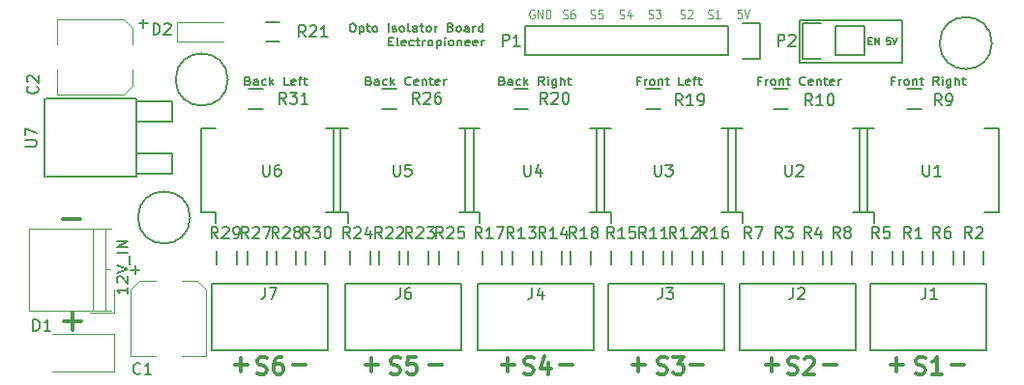
<source format=gbr>
G04 #@! TF.FileFunction,Legend,Top*
%FSLAX46Y46*%
G04 Gerber Fmt 4.6, Leading zero omitted, Abs format (unit mm)*
G04 Created by KiCad (PCBNEW 4.0.6+dfsg1-1) date Wed Nov 29 19:26:48 2017*
%MOMM*%
%LPD*%
G01*
G04 APERTURE LIST*
%ADD10C,0.100000*%
%ADD11C,0.200000*%
%ADD12C,0.150000*%
%ADD13C,0.175000*%
%ADD14C,0.300000*%
%ADD15C,0.125000*%
%ADD16C,0.120000*%
G04 APERTURE END LIST*
D10*
D11*
X210022800Y-95227600D02*
X210022800Y-95127600D01*
X218922800Y-95227600D02*
X210022800Y-95227600D01*
X218922800Y-95027600D02*
X218922800Y-95227600D01*
X218922800Y-91527600D02*
X218922800Y-95027600D01*
X210022800Y-91527600D02*
X218922800Y-91527600D01*
D12*
X216008514Y-93359743D02*
X216208514Y-93359743D01*
X216294228Y-93674029D02*
X216008514Y-93674029D01*
X216008514Y-93074029D01*
X216294228Y-93074029D01*
X216551371Y-93674029D02*
X216551371Y-93074029D01*
X216894228Y-93674029D01*
X216894228Y-93074029D01*
X217922799Y-93074029D02*
X217637085Y-93074029D01*
X217608514Y-93359743D01*
X217637085Y-93331171D01*
X217694228Y-93302600D01*
X217837085Y-93302600D01*
X217894228Y-93331171D01*
X217922799Y-93359743D01*
X217951371Y-93416886D01*
X217951371Y-93559743D01*
X217922799Y-93616886D01*
X217894228Y-93645457D01*
X217837085Y-93674029D01*
X217694228Y-93674029D01*
X217637085Y-93645457D01*
X217608514Y-93616886D01*
X218122800Y-93074029D02*
X218322800Y-93674029D01*
X218522800Y-93074029D01*
D11*
X210022800Y-91727600D02*
X210022800Y-91527600D01*
X210022800Y-95127600D02*
X210022800Y-91727600D01*
D13*
X218262989Y-96825600D02*
X217996322Y-96825600D01*
X217996322Y-97192267D02*
X217996322Y-96492267D01*
X218377275Y-96492267D01*
X218682036Y-97192267D02*
X218682036Y-96725600D01*
X218682036Y-96858933D02*
X218720131Y-96792267D01*
X218758227Y-96758933D01*
X218834417Y-96725600D01*
X218910608Y-96725600D01*
X219291560Y-97192267D02*
X219215369Y-97158933D01*
X219177274Y-97125600D01*
X219139179Y-97058933D01*
X219139179Y-96858933D01*
X219177274Y-96792267D01*
X219215369Y-96758933D01*
X219291560Y-96725600D01*
X219405846Y-96725600D01*
X219482036Y-96758933D01*
X219520131Y-96792267D01*
X219558227Y-96858933D01*
X219558227Y-97058933D01*
X219520131Y-97125600D01*
X219482036Y-97158933D01*
X219405846Y-97192267D01*
X219291560Y-97192267D01*
X219901084Y-96725600D02*
X219901084Y-97192267D01*
X219901084Y-96792267D02*
X219939179Y-96758933D01*
X220015370Y-96725600D01*
X220129656Y-96725600D01*
X220205846Y-96758933D01*
X220243941Y-96825600D01*
X220243941Y-97192267D01*
X220510608Y-96725600D02*
X220815370Y-96725600D01*
X220624894Y-96492267D02*
X220624894Y-97092267D01*
X220662989Y-97158933D01*
X220739180Y-97192267D01*
X220815370Y-97192267D01*
X222148704Y-97192267D02*
X221882037Y-96858933D01*
X221691561Y-97192267D02*
X221691561Y-96492267D01*
X221996323Y-96492267D01*
X222072514Y-96525600D01*
X222110609Y-96558933D01*
X222148704Y-96625600D01*
X222148704Y-96725600D01*
X222110609Y-96792267D01*
X222072514Y-96825600D01*
X221996323Y-96858933D01*
X221691561Y-96858933D01*
X222491561Y-97192267D02*
X222491561Y-96725600D01*
X222491561Y-96492267D02*
X222453466Y-96525600D01*
X222491561Y-96558933D01*
X222529656Y-96525600D01*
X222491561Y-96492267D01*
X222491561Y-96558933D01*
X223215370Y-96725600D02*
X223215370Y-97292267D01*
X223177275Y-97358933D01*
X223139180Y-97392267D01*
X223062989Y-97425600D01*
X222948704Y-97425600D01*
X222872513Y-97392267D01*
X223215370Y-97158933D02*
X223139180Y-97192267D01*
X222986799Y-97192267D01*
X222910608Y-97158933D01*
X222872513Y-97125600D01*
X222834418Y-97058933D01*
X222834418Y-96858933D01*
X222872513Y-96792267D01*
X222910608Y-96758933D01*
X222986799Y-96725600D01*
X223139180Y-96725600D01*
X223215370Y-96758933D01*
X223596323Y-97192267D02*
X223596323Y-96492267D01*
X223939180Y-97192267D02*
X223939180Y-96825600D01*
X223901085Y-96758933D01*
X223824895Y-96725600D01*
X223710609Y-96725600D01*
X223634418Y-96758933D01*
X223596323Y-96792267D01*
X224205847Y-96725600D02*
X224510609Y-96725600D01*
X224320133Y-96492267D02*
X224320133Y-97092267D01*
X224358228Y-97158933D01*
X224434419Y-97192267D01*
X224510609Y-97192267D01*
X206579085Y-96825600D02*
X206312418Y-96825600D01*
X206312418Y-97192267D02*
X206312418Y-96492267D01*
X206693371Y-96492267D01*
X206998132Y-97192267D02*
X206998132Y-96725600D01*
X206998132Y-96858933D02*
X207036227Y-96792267D01*
X207074323Y-96758933D01*
X207150513Y-96725600D01*
X207226704Y-96725600D01*
X207607656Y-97192267D02*
X207531465Y-97158933D01*
X207493370Y-97125600D01*
X207455275Y-97058933D01*
X207455275Y-96858933D01*
X207493370Y-96792267D01*
X207531465Y-96758933D01*
X207607656Y-96725600D01*
X207721942Y-96725600D01*
X207798132Y-96758933D01*
X207836227Y-96792267D01*
X207874323Y-96858933D01*
X207874323Y-97058933D01*
X207836227Y-97125600D01*
X207798132Y-97158933D01*
X207721942Y-97192267D01*
X207607656Y-97192267D01*
X208217180Y-96725600D02*
X208217180Y-97192267D01*
X208217180Y-96792267D02*
X208255275Y-96758933D01*
X208331466Y-96725600D01*
X208445752Y-96725600D01*
X208521942Y-96758933D01*
X208560037Y-96825600D01*
X208560037Y-97192267D01*
X208826704Y-96725600D02*
X209131466Y-96725600D01*
X208940990Y-96492267D02*
X208940990Y-97092267D01*
X208979085Y-97158933D01*
X209055276Y-97192267D01*
X209131466Y-97192267D01*
X210464800Y-97125600D02*
X210426705Y-97158933D01*
X210312419Y-97192267D01*
X210236229Y-97192267D01*
X210121943Y-97158933D01*
X210045752Y-97092267D01*
X210007657Y-97025600D01*
X209969562Y-96892267D01*
X209969562Y-96792267D01*
X210007657Y-96658933D01*
X210045752Y-96592267D01*
X210121943Y-96525600D01*
X210236229Y-96492267D01*
X210312419Y-96492267D01*
X210426705Y-96525600D01*
X210464800Y-96558933D01*
X211112419Y-97158933D02*
X211036229Y-97192267D01*
X210883848Y-97192267D01*
X210807657Y-97158933D01*
X210769562Y-97092267D01*
X210769562Y-96825600D01*
X210807657Y-96758933D01*
X210883848Y-96725600D01*
X211036229Y-96725600D01*
X211112419Y-96758933D01*
X211150514Y-96825600D01*
X211150514Y-96892267D01*
X210769562Y-96958933D01*
X211493371Y-96725600D02*
X211493371Y-97192267D01*
X211493371Y-96792267D02*
X211531466Y-96758933D01*
X211607657Y-96725600D01*
X211721943Y-96725600D01*
X211798133Y-96758933D01*
X211836228Y-96825600D01*
X211836228Y-97192267D01*
X212102895Y-96725600D02*
X212407657Y-96725600D01*
X212217181Y-96492267D02*
X212217181Y-97092267D01*
X212255276Y-97158933D01*
X212331467Y-97192267D01*
X212407657Y-97192267D01*
X212979086Y-97158933D02*
X212902896Y-97192267D01*
X212750515Y-97192267D01*
X212674324Y-97158933D01*
X212636229Y-97092267D01*
X212636229Y-96825600D01*
X212674324Y-96758933D01*
X212750515Y-96725600D01*
X212902896Y-96725600D01*
X212979086Y-96758933D01*
X213017181Y-96825600D01*
X213017181Y-96892267D01*
X212636229Y-96958933D01*
X213360038Y-97192267D02*
X213360038Y-96725600D01*
X213360038Y-96858933D02*
X213398133Y-96792267D01*
X213436229Y-96758933D01*
X213512419Y-96725600D01*
X213588610Y-96725600D01*
X195987085Y-96825600D02*
X195720418Y-96825600D01*
X195720418Y-97192267D02*
X195720418Y-96492267D01*
X196101371Y-96492267D01*
X196406132Y-97192267D02*
X196406132Y-96725600D01*
X196406132Y-96858933D02*
X196444227Y-96792267D01*
X196482323Y-96758933D01*
X196558513Y-96725600D01*
X196634704Y-96725600D01*
X197015656Y-97192267D02*
X196939465Y-97158933D01*
X196901370Y-97125600D01*
X196863275Y-97058933D01*
X196863275Y-96858933D01*
X196901370Y-96792267D01*
X196939465Y-96758933D01*
X197015656Y-96725600D01*
X197129942Y-96725600D01*
X197206132Y-96758933D01*
X197244227Y-96792267D01*
X197282323Y-96858933D01*
X197282323Y-97058933D01*
X197244227Y-97125600D01*
X197206132Y-97158933D01*
X197129942Y-97192267D01*
X197015656Y-97192267D01*
X197625180Y-96725600D02*
X197625180Y-97192267D01*
X197625180Y-96792267D02*
X197663275Y-96758933D01*
X197739466Y-96725600D01*
X197853752Y-96725600D01*
X197929942Y-96758933D01*
X197968037Y-96825600D01*
X197968037Y-97192267D01*
X198234704Y-96725600D02*
X198539466Y-96725600D01*
X198348990Y-96492267D02*
X198348990Y-97092267D01*
X198387085Y-97158933D01*
X198463276Y-97192267D01*
X198539466Y-97192267D01*
X199796610Y-97192267D02*
X199415657Y-97192267D01*
X199415657Y-96492267D01*
X200368038Y-97158933D02*
X200291848Y-97192267D01*
X200139467Y-97192267D01*
X200063276Y-97158933D01*
X200025181Y-97092267D01*
X200025181Y-96825600D01*
X200063276Y-96758933D01*
X200139467Y-96725600D01*
X200291848Y-96725600D01*
X200368038Y-96758933D01*
X200406133Y-96825600D01*
X200406133Y-96892267D01*
X200025181Y-96958933D01*
X200634704Y-96725600D02*
X200939466Y-96725600D01*
X200748990Y-97192267D02*
X200748990Y-96592267D01*
X200787085Y-96525600D01*
X200863276Y-96492267D01*
X200939466Y-96492267D01*
X201091847Y-96725600D02*
X201396609Y-96725600D01*
X201206133Y-96492267D02*
X201206133Y-97092267D01*
X201244228Y-97158933D01*
X201320419Y-97192267D01*
X201396609Y-97192267D01*
X183947561Y-96825600D02*
X184061847Y-96858933D01*
X184099942Y-96892267D01*
X184138037Y-96958933D01*
X184138037Y-97058933D01*
X184099942Y-97125600D01*
X184061847Y-97158933D01*
X183985656Y-97192267D01*
X183680894Y-97192267D01*
X183680894Y-96492267D01*
X183947561Y-96492267D01*
X184023751Y-96525600D01*
X184061847Y-96558933D01*
X184099942Y-96625600D01*
X184099942Y-96692267D01*
X184061847Y-96758933D01*
X184023751Y-96792267D01*
X183947561Y-96825600D01*
X183680894Y-96825600D01*
X184823751Y-97192267D02*
X184823751Y-96825600D01*
X184785656Y-96758933D01*
X184709466Y-96725600D01*
X184557085Y-96725600D01*
X184480894Y-96758933D01*
X184823751Y-97158933D02*
X184747561Y-97192267D01*
X184557085Y-97192267D01*
X184480894Y-97158933D01*
X184442799Y-97092267D01*
X184442799Y-97025600D01*
X184480894Y-96958933D01*
X184557085Y-96925600D01*
X184747561Y-96925600D01*
X184823751Y-96892267D01*
X185547561Y-97158933D02*
X185471371Y-97192267D01*
X185318990Y-97192267D01*
X185242799Y-97158933D01*
X185204704Y-97125600D01*
X185166609Y-97058933D01*
X185166609Y-96858933D01*
X185204704Y-96792267D01*
X185242799Y-96758933D01*
X185318990Y-96725600D01*
X185471371Y-96725600D01*
X185547561Y-96758933D01*
X185890418Y-97192267D02*
X185890418Y-96492267D01*
X185966609Y-96925600D02*
X186195180Y-97192267D01*
X186195180Y-96725600D02*
X185890418Y-96992267D01*
X187604704Y-97192267D02*
X187338037Y-96858933D01*
X187147561Y-97192267D02*
X187147561Y-96492267D01*
X187452323Y-96492267D01*
X187528514Y-96525600D01*
X187566609Y-96558933D01*
X187604704Y-96625600D01*
X187604704Y-96725600D01*
X187566609Y-96792267D01*
X187528514Y-96825600D01*
X187452323Y-96858933D01*
X187147561Y-96858933D01*
X187947561Y-97192267D02*
X187947561Y-96725600D01*
X187947561Y-96492267D02*
X187909466Y-96525600D01*
X187947561Y-96558933D01*
X187985656Y-96525600D01*
X187947561Y-96492267D01*
X187947561Y-96558933D01*
X188671370Y-96725600D02*
X188671370Y-97292267D01*
X188633275Y-97358933D01*
X188595180Y-97392267D01*
X188518989Y-97425600D01*
X188404704Y-97425600D01*
X188328513Y-97392267D01*
X188671370Y-97158933D02*
X188595180Y-97192267D01*
X188442799Y-97192267D01*
X188366608Y-97158933D01*
X188328513Y-97125600D01*
X188290418Y-97058933D01*
X188290418Y-96858933D01*
X188328513Y-96792267D01*
X188366608Y-96758933D01*
X188442799Y-96725600D01*
X188595180Y-96725600D01*
X188671370Y-96758933D01*
X189052323Y-97192267D02*
X189052323Y-96492267D01*
X189395180Y-97192267D02*
X189395180Y-96825600D01*
X189357085Y-96758933D01*
X189280895Y-96725600D01*
X189166609Y-96725600D01*
X189090418Y-96758933D01*
X189052323Y-96792267D01*
X189661847Y-96725600D02*
X189966609Y-96725600D01*
X189776133Y-96492267D02*
X189776133Y-97092267D01*
X189814228Y-97158933D01*
X189890419Y-97192267D01*
X189966609Y-97192267D01*
X172263657Y-96825600D02*
X172377943Y-96858933D01*
X172416038Y-96892267D01*
X172454133Y-96958933D01*
X172454133Y-97058933D01*
X172416038Y-97125600D01*
X172377943Y-97158933D01*
X172301752Y-97192267D01*
X171996990Y-97192267D01*
X171996990Y-96492267D01*
X172263657Y-96492267D01*
X172339847Y-96525600D01*
X172377943Y-96558933D01*
X172416038Y-96625600D01*
X172416038Y-96692267D01*
X172377943Y-96758933D01*
X172339847Y-96792267D01*
X172263657Y-96825600D01*
X171996990Y-96825600D01*
X173139847Y-97192267D02*
X173139847Y-96825600D01*
X173101752Y-96758933D01*
X173025562Y-96725600D01*
X172873181Y-96725600D01*
X172796990Y-96758933D01*
X173139847Y-97158933D02*
X173063657Y-97192267D01*
X172873181Y-97192267D01*
X172796990Y-97158933D01*
X172758895Y-97092267D01*
X172758895Y-97025600D01*
X172796990Y-96958933D01*
X172873181Y-96925600D01*
X173063657Y-96925600D01*
X173139847Y-96892267D01*
X173863657Y-97158933D02*
X173787467Y-97192267D01*
X173635086Y-97192267D01*
X173558895Y-97158933D01*
X173520800Y-97125600D01*
X173482705Y-97058933D01*
X173482705Y-96858933D01*
X173520800Y-96792267D01*
X173558895Y-96758933D01*
X173635086Y-96725600D01*
X173787467Y-96725600D01*
X173863657Y-96758933D01*
X174206514Y-97192267D02*
X174206514Y-96492267D01*
X174282705Y-96925600D02*
X174511276Y-97192267D01*
X174511276Y-96725600D02*
X174206514Y-96992267D01*
X175920800Y-97125600D02*
X175882705Y-97158933D01*
X175768419Y-97192267D01*
X175692229Y-97192267D01*
X175577943Y-97158933D01*
X175501752Y-97092267D01*
X175463657Y-97025600D01*
X175425562Y-96892267D01*
X175425562Y-96792267D01*
X175463657Y-96658933D01*
X175501752Y-96592267D01*
X175577943Y-96525600D01*
X175692229Y-96492267D01*
X175768419Y-96492267D01*
X175882705Y-96525600D01*
X175920800Y-96558933D01*
X176568419Y-97158933D02*
X176492229Y-97192267D01*
X176339848Y-97192267D01*
X176263657Y-97158933D01*
X176225562Y-97092267D01*
X176225562Y-96825600D01*
X176263657Y-96758933D01*
X176339848Y-96725600D01*
X176492229Y-96725600D01*
X176568419Y-96758933D01*
X176606514Y-96825600D01*
X176606514Y-96892267D01*
X176225562Y-96958933D01*
X176949371Y-96725600D02*
X176949371Y-97192267D01*
X176949371Y-96792267D02*
X176987466Y-96758933D01*
X177063657Y-96725600D01*
X177177943Y-96725600D01*
X177254133Y-96758933D01*
X177292228Y-96825600D01*
X177292228Y-97192267D01*
X177558895Y-96725600D02*
X177863657Y-96725600D01*
X177673181Y-96492267D02*
X177673181Y-97092267D01*
X177711276Y-97158933D01*
X177787467Y-97192267D01*
X177863657Y-97192267D01*
X178435086Y-97158933D02*
X178358896Y-97192267D01*
X178206515Y-97192267D01*
X178130324Y-97158933D01*
X178092229Y-97092267D01*
X178092229Y-96825600D01*
X178130324Y-96758933D01*
X178206515Y-96725600D01*
X178358896Y-96725600D01*
X178435086Y-96758933D01*
X178473181Y-96825600D01*
X178473181Y-96892267D01*
X178092229Y-96958933D01*
X178816038Y-97192267D02*
X178816038Y-96725600D01*
X178816038Y-96858933D02*
X178854133Y-96792267D01*
X178892229Y-96758933D01*
X178968419Y-96725600D01*
X179044610Y-96725600D01*
X161671657Y-96825600D02*
X161785943Y-96858933D01*
X161824038Y-96892267D01*
X161862133Y-96958933D01*
X161862133Y-97058933D01*
X161824038Y-97125600D01*
X161785943Y-97158933D01*
X161709752Y-97192267D01*
X161404990Y-97192267D01*
X161404990Y-96492267D01*
X161671657Y-96492267D01*
X161747847Y-96525600D01*
X161785943Y-96558933D01*
X161824038Y-96625600D01*
X161824038Y-96692267D01*
X161785943Y-96758933D01*
X161747847Y-96792267D01*
X161671657Y-96825600D01*
X161404990Y-96825600D01*
X162547847Y-97192267D02*
X162547847Y-96825600D01*
X162509752Y-96758933D01*
X162433562Y-96725600D01*
X162281181Y-96725600D01*
X162204990Y-96758933D01*
X162547847Y-97158933D02*
X162471657Y-97192267D01*
X162281181Y-97192267D01*
X162204990Y-97158933D01*
X162166895Y-97092267D01*
X162166895Y-97025600D01*
X162204990Y-96958933D01*
X162281181Y-96925600D01*
X162471657Y-96925600D01*
X162547847Y-96892267D01*
X163271657Y-97158933D02*
X163195467Y-97192267D01*
X163043086Y-97192267D01*
X162966895Y-97158933D01*
X162928800Y-97125600D01*
X162890705Y-97058933D01*
X162890705Y-96858933D01*
X162928800Y-96792267D01*
X162966895Y-96758933D01*
X163043086Y-96725600D01*
X163195467Y-96725600D01*
X163271657Y-96758933D01*
X163614514Y-97192267D02*
X163614514Y-96492267D01*
X163690705Y-96925600D02*
X163919276Y-97192267D01*
X163919276Y-96725600D02*
X163614514Y-96992267D01*
X165252610Y-97192267D02*
X164871657Y-97192267D01*
X164871657Y-96492267D01*
X165824038Y-97158933D02*
X165747848Y-97192267D01*
X165595467Y-97192267D01*
X165519276Y-97158933D01*
X165481181Y-97092267D01*
X165481181Y-96825600D01*
X165519276Y-96758933D01*
X165595467Y-96725600D01*
X165747848Y-96725600D01*
X165824038Y-96758933D01*
X165862133Y-96825600D01*
X165862133Y-96892267D01*
X165481181Y-96958933D01*
X166090704Y-96725600D02*
X166395466Y-96725600D01*
X166204990Y-97192267D02*
X166204990Y-96592267D01*
X166243085Y-96525600D01*
X166319276Y-96492267D01*
X166395466Y-96492267D01*
X166547847Y-96725600D02*
X166852609Y-96725600D01*
X166662133Y-96492267D02*
X166662133Y-97092267D01*
X166700228Y-97158933D01*
X166776419Y-97192267D01*
X166852609Y-97192267D01*
D14*
X165595372Y-121747743D02*
X166738229Y-121747743D01*
X160515372Y-121747743D02*
X161658229Y-121747743D01*
X161086800Y-122319171D02*
X161086800Y-121176314D01*
X162483943Y-122501743D02*
X162698229Y-122573171D01*
X163055372Y-122573171D01*
X163198229Y-122501743D01*
X163269658Y-122430314D01*
X163341086Y-122287457D01*
X163341086Y-122144600D01*
X163269658Y-122001743D01*
X163198229Y-121930314D01*
X163055372Y-121858886D01*
X162769658Y-121787457D01*
X162626800Y-121716029D01*
X162555372Y-121644600D01*
X162483943Y-121501743D01*
X162483943Y-121358886D01*
X162555372Y-121216029D01*
X162626800Y-121144600D01*
X162769658Y-121073171D01*
X163126800Y-121073171D01*
X163341086Y-121144600D01*
X164626800Y-121073171D02*
X164341086Y-121073171D01*
X164198229Y-121144600D01*
X164126800Y-121216029D01*
X163983943Y-121430314D01*
X163912514Y-121716029D01*
X163912514Y-122287457D01*
X163983943Y-122430314D01*
X164055371Y-122501743D01*
X164198229Y-122573171D01*
X164483943Y-122573171D01*
X164626800Y-122501743D01*
X164698229Y-122430314D01*
X164769657Y-122287457D01*
X164769657Y-121930314D01*
X164698229Y-121787457D01*
X164626800Y-121716029D01*
X164483943Y-121644600D01*
X164198229Y-121644600D01*
X164055371Y-121716029D01*
X163983943Y-121787457D01*
X163912514Y-121930314D01*
X177533372Y-121747743D02*
X178676229Y-121747743D01*
X171945372Y-121747743D02*
X173088229Y-121747743D01*
X172516800Y-122319171D02*
X172516800Y-121176314D01*
X174167943Y-122501743D02*
X174382229Y-122573171D01*
X174739372Y-122573171D01*
X174882229Y-122501743D01*
X174953658Y-122430314D01*
X175025086Y-122287457D01*
X175025086Y-122144600D01*
X174953658Y-122001743D01*
X174882229Y-121930314D01*
X174739372Y-121858886D01*
X174453658Y-121787457D01*
X174310800Y-121716029D01*
X174239372Y-121644600D01*
X174167943Y-121501743D01*
X174167943Y-121358886D01*
X174239372Y-121216029D01*
X174310800Y-121144600D01*
X174453658Y-121073171D01*
X174810800Y-121073171D01*
X175025086Y-121144600D01*
X176382229Y-121073171D02*
X175667943Y-121073171D01*
X175596514Y-121787457D01*
X175667943Y-121716029D01*
X175810800Y-121644600D01*
X176167943Y-121644600D01*
X176310800Y-121716029D01*
X176382229Y-121787457D01*
X176453657Y-121930314D01*
X176453657Y-122287457D01*
X176382229Y-122430314D01*
X176310800Y-122501743D01*
X176167943Y-122573171D01*
X175810800Y-122573171D01*
X175667943Y-122501743D01*
X175596514Y-122430314D01*
D15*
X189255466Y-91357410D02*
X189355466Y-91395505D01*
X189522133Y-91395505D01*
X189588800Y-91357410D01*
X189622133Y-91319314D01*
X189655466Y-91243124D01*
X189655466Y-91166933D01*
X189622133Y-91090743D01*
X189588800Y-91052648D01*
X189522133Y-91014552D01*
X189388800Y-90976457D01*
X189322133Y-90938362D01*
X189288800Y-90900267D01*
X189255466Y-90824076D01*
X189255466Y-90747886D01*
X189288800Y-90671695D01*
X189322133Y-90633600D01*
X189388800Y-90595505D01*
X189555466Y-90595505D01*
X189655466Y-90633600D01*
X190255467Y-90595505D02*
X190122133Y-90595505D01*
X190055467Y-90633600D01*
X190022133Y-90671695D01*
X189955467Y-90785981D01*
X189922133Y-90938362D01*
X189922133Y-91243124D01*
X189955467Y-91319314D01*
X189988800Y-91357410D01*
X190055467Y-91395505D01*
X190188800Y-91395505D01*
X190255467Y-91357410D01*
X190288800Y-91319314D01*
X190322133Y-91243124D01*
X190322133Y-91052648D01*
X190288800Y-90976457D01*
X190255467Y-90938362D01*
X190188800Y-90900267D01*
X190055467Y-90900267D01*
X189988800Y-90938362D01*
X189955467Y-90976457D01*
X189922133Y-91052648D01*
X191668466Y-91357410D02*
X191768466Y-91395505D01*
X191935133Y-91395505D01*
X192001800Y-91357410D01*
X192035133Y-91319314D01*
X192068466Y-91243124D01*
X192068466Y-91166933D01*
X192035133Y-91090743D01*
X192001800Y-91052648D01*
X191935133Y-91014552D01*
X191801800Y-90976457D01*
X191735133Y-90938362D01*
X191701800Y-90900267D01*
X191668466Y-90824076D01*
X191668466Y-90747886D01*
X191701800Y-90671695D01*
X191735133Y-90633600D01*
X191801800Y-90595505D01*
X191968466Y-90595505D01*
X192068466Y-90633600D01*
X192701800Y-90595505D02*
X192368467Y-90595505D01*
X192335133Y-90976457D01*
X192368467Y-90938362D01*
X192435133Y-90900267D01*
X192601800Y-90900267D01*
X192668467Y-90938362D01*
X192701800Y-90976457D01*
X192735133Y-91052648D01*
X192735133Y-91243124D01*
X192701800Y-91319314D01*
X192668467Y-91357410D01*
X192601800Y-91395505D01*
X192435133Y-91395505D01*
X192368467Y-91357410D01*
X192335133Y-91319314D01*
D13*
X170765653Y-91815767D02*
X170918034Y-91815767D01*
X170994225Y-91849100D01*
X171070415Y-91915767D01*
X171108510Y-92049100D01*
X171108510Y-92282433D01*
X171070415Y-92415767D01*
X170994225Y-92482433D01*
X170918034Y-92515767D01*
X170765653Y-92515767D01*
X170689463Y-92482433D01*
X170613272Y-92415767D01*
X170575177Y-92282433D01*
X170575177Y-92049100D01*
X170613272Y-91915767D01*
X170689463Y-91849100D01*
X170765653Y-91815767D01*
X171451367Y-92049100D02*
X171451367Y-92749100D01*
X171451367Y-92082433D02*
X171527558Y-92049100D01*
X171679939Y-92049100D01*
X171756129Y-92082433D01*
X171794224Y-92115767D01*
X171832320Y-92182433D01*
X171832320Y-92382433D01*
X171794224Y-92449100D01*
X171756129Y-92482433D01*
X171679939Y-92515767D01*
X171527558Y-92515767D01*
X171451367Y-92482433D01*
X172060891Y-92049100D02*
X172365653Y-92049100D01*
X172175177Y-91815767D02*
X172175177Y-92415767D01*
X172213272Y-92482433D01*
X172289463Y-92515767D01*
X172365653Y-92515767D01*
X172746606Y-92515767D02*
X172670415Y-92482433D01*
X172632320Y-92449100D01*
X172594225Y-92382433D01*
X172594225Y-92182433D01*
X172632320Y-92115767D01*
X172670415Y-92082433D01*
X172746606Y-92049100D01*
X172860892Y-92049100D01*
X172937082Y-92082433D01*
X172975177Y-92115767D01*
X173013273Y-92182433D01*
X173013273Y-92382433D01*
X172975177Y-92449100D01*
X172937082Y-92482433D01*
X172860892Y-92515767D01*
X172746606Y-92515767D01*
X173965654Y-92515767D02*
X173965654Y-91815767D01*
X174308511Y-92482433D02*
X174384701Y-92515767D01*
X174537082Y-92515767D01*
X174613273Y-92482433D01*
X174651368Y-92415767D01*
X174651368Y-92382433D01*
X174613273Y-92315767D01*
X174537082Y-92282433D01*
X174422797Y-92282433D01*
X174346606Y-92249100D01*
X174308511Y-92182433D01*
X174308511Y-92149100D01*
X174346606Y-92082433D01*
X174422797Y-92049100D01*
X174537082Y-92049100D01*
X174613273Y-92082433D01*
X175108511Y-92515767D02*
X175032320Y-92482433D01*
X174994225Y-92449100D01*
X174956130Y-92382433D01*
X174956130Y-92182433D01*
X174994225Y-92115767D01*
X175032320Y-92082433D01*
X175108511Y-92049100D01*
X175222797Y-92049100D01*
X175298987Y-92082433D01*
X175337082Y-92115767D01*
X175375178Y-92182433D01*
X175375178Y-92382433D01*
X175337082Y-92449100D01*
X175298987Y-92482433D01*
X175222797Y-92515767D01*
X175108511Y-92515767D01*
X175832321Y-92515767D02*
X175756130Y-92482433D01*
X175718035Y-92415767D01*
X175718035Y-91815767D01*
X176479940Y-92515767D02*
X176479940Y-92149100D01*
X176441845Y-92082433D01*
X176365655Y-92049100D01*
X176213274Y-92049100D01*
X176137083Y-92082433D01*
X176479940Y-92482433D02*
X176403750Y-92515767D01*
X176213274Y-92515767D01*
X176137083Y-92482433D01*
X176098988Y-92415767D01*
X176098988Y-92349100D01*
X176137083Y-92282433D01*
X176213274Y-92249100D01*
X176403750Y-92249100D01*
X176479940Y-92215767D01*
X176746607Y-92049100D02*
X177051369Y-92049100D01*
X176860893Y-91815767D02*
X176860893Y-92415767D01*
X176898988Y-92482433D01*
X176975179Y-92515767D01*
X177051369Y-92515767D01*
X177432322Y-92515767D02*
X177356131Y-92482433D01*
X177318036Y-92449100D01*
X177279941Y-92382433D01*
X177279941Y-92182433D01*
X177318036Y-92115767D01*
X177356131Y-92082433D01*
X177432322Y-92049100D01*
X177546608Y-92049100D01*
X177622798Y-92082433D01*
X177660893Y-92115767D01*
X177698989Y-92182433D01*
X177698989Y-92382433D01*
X177660893Y-92449100D01*
X177622798Y-92482433D01*
X177546608Y-92515767D01*
X177432322Y-92515767D01*
X178041846Y-92515767D02*
X178041846Y-92049100D01*
X178041846Y-92182433D02*
X178079941Y-92115767D01*
X178118037Y-92082433D01*
X178194227Y-92049100D01*
X178270418Y-92049100D01*
X179413275Y-92149100D02*
X179527561Y-92182433D01*
X179565656Y-92215767D01*
X179603751Y-92282433D01*
X179603751Y-92382433D01*
X179565656Y-92449100D01*
X179527561Y-92482433D01*
X179451370Y-92515767D01*
X179146608Y-92515767D01*
X179146608Y-91815767D01*
X179413275Y-91815767D01*
X179489465Y-91849100D01*
X179527561Y-91882433D01*
X179565656Y-91949100D01*
X179565656Y-92015767D01*
X179527561Y-92082433D01*
X179489465Y-92115767D01*
X179413275Y-92149100D01*
X179146608Y-92149100D01*
X180060894Y-92515767D02*
X179984703Y-92482433D01*
X179946608Y-92449100D01*
X179908513Y-92382433D01*
X179908513Y-92182433D01*
X179946608Y-92115767D01*
X179984703Y-92082433D01*
X180060894Y-92049100D01*
X180175180Y-92049100D01*
X180251370Y-92082433D01*
X180289465Y-92115767D01*
X180327561Y-92182433D01*
X180327561Y-92382433D01*
X180289465Y-92449100D01*
X180251370Y-92482433D01*
X180175180Y-92515767D01*
X180060894Y-92515767D01*
X181013275Y-92515767D02*
X181013275Y-92149100D01*
X180975180Y-92082433D01*
X180898990Y-92049100D01*
X180746609Y-92049100D01*
X180670418Y-92082433D01*
X181013275Y-92482433D02*
X180937085Y-92515767D01*
X180746609Y-92515767D01*
X180670418Y-92482433D01*
X180632323Y-92415767D01*
X180632323Y-92349100D01*
X180670418Y-92282433D01*
X180746609Y-92249100D01*
X180937085Y-92249100D01*
X181013275Y-92215767D01*
X181394228Y-92515767D02*
X181394228Y-92049100D01*
X181394228Y-92182433D02*
X181432323Y-92115767D01*
X181470419Y-92082433D01*
X181546609Y-92049100D01*
X181622800Y-92049100D01*
X182232323Y-92515767D02*
X182232323Y-91815767D01*
X182232323Y-92482433D02*
X182156133Y-92515767D01*
X182003752Y-92515767D01*
X181927561Y-92482433D01*
X181889466Y-92449100D01*
X181851371Y-92382433D01*
X181851371Y-92182433D01*
X181889466Y-92115767D01*
X181927561Y-92082433D01*
X182003752Y-92049100D01*
X182156133Y-92049100D01*
X182232323Y-92082433D01*
X174003751Y-93374100D02*
X174270418Y-93374100D01*
X174384704Y-93740767D02*
X174003751Y-93740767D01*
X174003751Y-93040767D01*
X174384704Y-93040767D01*
X174841847Y-93740767D02*
X174765656Y-93707433D01*
X174727561Y-93640767D01*
X174727561Y-93040767D01*
X175451371Y-93707433D02*
X175375181Y-93740767D01*
X175222800Y-93740767D01*
X175146609Y-93707433D01*
X175108514Y-93640767D01*
X175108514Y-93374100D01*
X175146609Y-93307433D01*
X175222800Y-93274100D01*
X175375181Y-93274100D01*
X175451371Y-93307433D01*
X175489466Y-93374100D01*
X175489466Y-93440767D01*
X175108514Y-93507433D01*
X176175180Y-93707433D02*
X176098990Y-93740767D01*
X175946609Y-93740767D01*
X175870418Y-93707433D01*
X175832323Y-93674100D01*
X175794228Y-93607433D01*
X175794228Y-93407433D01*
X175832323Y-93340767D01*
X175870418Y-93307433D01*
X175946609Y-93274100D01*
X176098990Y-93274100D01*
X176175180Y-93307433D01*
X176403751Y-93274100D02*
X176708513Y-93274100D01*
X176518037Y-93040767D02*
X176518037Y-93640767D01*
X176556132Y-93707433D01*
X176632323Y-93740767D01*
X176708513Y-93740767D01*
X176975180Y-93740767D02*
X176975180Y-93274100D01*
X176975180Y-93407433D02*
X177013275Y-93340767D01*
X177051371Y-93307433D01*
X177127561Y-93274100D01*
X177203752Y-93274100D01*
X177584704Y-93740767D02*
X177508513Y-93707433D01*
X177470418Y-93674100D01*
X177432323Y-93607433D01*
X177432323Y-93407433D01*
X177470418Y-93340767D01*
X177508513Y-93307433D01*
X177584704Y-93274100D01*
X177698990Y-93274100D01*
X177775180Y-93307433D01*
X177813275Y-93340767D01*
X177851371Y-93407433D01*
X177851371Y-93607433D01*
X177813275Y-93674100D01*
X177775180Y-93707433D01*
X177698990Y-93740767D01*
X177584704Y-93740767D01*
X178194228Y-93274100D02*
X178194228Y-93974100D01*
X178194228Y-93307433D02*
X178270419Y-93274100D01*
X178422800Y-93274100D01*
X178498990Y-93307433D01*
X178537085Y-93340767D01*
X178575181Y-93407433D01*
X178575181Y-93607433D01*
X178537085Y-93674100D01*
X178498990Y-93707433D01*
X178422800Y-93740767D01*
X178270419Y-93740767D01*
X178194228Y-93707433D01*
X178918038Y-93740767D02*
X178918038Y-93274100D01*
X178918038Y-93040767D02*
X178879943Y-93074100D01*
X178918038Y-93107433D01*
X178956133Y-93074100D01*
X178918038Y-93040767D01*
X178918038Y-93107433D01*
X179413276Y-93740767D02*
X179337085Y-93707433D01*
X179298990Y-93674100D01*
X179260895Y-93607433D01*
X179260895Y-93407433D01*
X179298990Y-93340767D01*
X179337085Y-93307433D01*
X179413276Y-93274100D01*
X179527562Y-93274100D01*
X179603752Y-93307433D01*
X179641847Y-93340767D01*
X179679943Y-93407433D01*
X179679943Y-93607433D01*
X179641847Y-93674100D01*
X179603752Y-93707433D01*
X179527562Y-93740767D01*
X179413276Y-93740767D01*
X180022800Y-93274100D02*
X180022800Y-93740767D01*
X180022800Y-93340767D02*
X180060895Y-93307433D01*
X180137086Y-93274100D01*
X180251372Y-93274100D01*
X180327562Y-93307433D01*
X180365657Y-93374100D01*
X180365657Y-93740767D01*
X181051372Y-93707433D02*
X180975182Y-93740767D01*
X180822801Y-93740767D01*
X180746610Y-93707433D01*
X180708515Y-93640767D01*
X180708515Y-93374100D01*
X180746610Y-93307433D01*
X180822801Y-93274100D01*
X180975182Y-93274100D01*
X181051372Y-93307433D01*
X181089467Y-93374100D01*
X181089467Y-93440767D01*
X180708515Y-93507433D01*
X181737086Y-93707433D02*
X181660896Y-93740767D01*
X181508515Y-93740767D01*
X181432324Y-93707433D01*
X181394229Y-93640767D01*
X181394229Y-93374100D01*
X181432324Y-93307433D01*
X181508515Y-93274100D01*
X181660896Y-93274100D01*
X181737086Y-93307433D01*
X181775181Y-93374100D01*
X181775181Y-93440767D01*
X181394229Y-93507433D01*
X182118038Y-93740767D02*
X182118038Y-93274100D01*
X182118038Y-93407433D02*
X182156133Y-93340767D01*
X182194229Y-93307433D01*
X182270419Y-93274100D01*
X182346610Y-93274100D01*
D12*
X153384705Y-92779981D02*
X153384705Y-91779981D01*
X153622800Y-91779981D01*
X153765658Y-91827600D01*
X153860896Y-91922838D01*
X153908515Y-92018076D01*
X153956134Y-92208552D01*
X153956134Y-92351410D01*
X153908515Y-92541886D01*
X153860896Y-92637124D01*
X153765658Y-92732362D01*
X153622800Y-92779981D01*
X153384705Y-92779981D01*
X154337086Y-91875219D02*
X154384705Y-91827600D01*
X154479943Y-91779981D01*
X154718039Y-91779981D01*
X154813277Y-91827600D01*
X154860896Y-91875219D01*
X154908515Y-91970457D01*
X154908515Y-92065695D01*
X154860896Y-92208552D01*
X154289467Y-92779981D01*
X154908515Y-92779981D01*
D15*
X204895467Y-90568005D02*
X204562134Y-90568005D01*
X204528800Y-90948957D01*
X204562134Y-90910862D01*
X204628800Y-90872767D01*
X204795467Y-90872767D01*
X204862134Y-90910862D01*
X204895467Y-90948957D01*
X204928800Y-91025148D01*
X204928800Y-91215624D01*
X204895467Y-91291814D01*
X204862134Y-91329910D01*
X204795467Y-91368005D01*
X204628800Y-91368005D01*
X204562134Y-91329910D01*
X204528800Y-91291814D01*
X205128801Y-90568005D02*
X205362134Y-91368005D01*
X205595467Y-90568005D01*
X186715467Y-90606100D02*
X186648801Y-90568005D01*
X186548801Y-90568005D01*
X186448801Y-90606100D01*
X186382134Y-90682290D01*
X186348801Y-90758481D01*
X186315467Y-90910862D01*
X186315467Y-91025148D01*
X186348801Y-91177529D01*
X186382134Y-91253719D01*
X186448801Y-91329910D01*
X186548801Y-91368005D01*
X186615467Y-91368005D01*
X186715467Y-91329910D01*
X186748801Y-91291814D01*
X186748801Y-91025148D01*
X186615467Y-91025148D01*
X187048801Y-91368005D02*
X187048801Y-90568005D01*
X187448801Y-91368005D01*
X187448801Y-90568005D01*
X187782134Y-91368005D02*
X187782134Y-90568005D01*
X187948800Y-90568005D01*
X188048800Y-90606100D01*
X188115467Y-90682290D01*
X188148800Y-90758481D01*
X188182134Y-90910862D01*
X188182134Y-91025148D01*
X188148800Y-91177529D01*
X188115467Y-91253719D01*
X188048800Y-91329910D01*
X187948800Y-91368005D01*
X187782134Y-91368005D01*
D14*
X223253372Y-121747743D02*
X224396229Y-121747743D01*
X220141943Y-122501743D02*
X220356229Y-122573171D01*
X220713372Y-122573171D01*
X220856229Y-122501743D01*
X220927658Y-122430314D01*
X220999086Y-122287457D01*
X220999086Y-122144600D01*
X220927658Y-122001743D01*
X220856229Y-121930314D01*
X220713372Y-121858886D01*
X220427658Y-121787457D01*
X220284800Y-121716029D01*
X220213372Y-121644600D01*
X220141943Y-121501743D01*
X220141943Y-121358886D01*
X220213372Y-121216029D01*
X220284800Y-121144600D01*
X220427658Y-121073171D01*
X220784800Y-121073171D01*
X220999086Y-121144600D01*
X222427657Y-122573171D02*
X221570514Y-122573171D01*
X221999086Y-122573171D02*
X221999086Y-121073171D01*
X221856229Y-121287457D01*
X221713371Y-121430314D01*
X221570514Y-121501743D01*
X217919372Y-121747743D02*
X219062229Y-121747743D01*
X218490800Y-122319171D02*
X218490800Y-121176314D01*
X212077372Y-121747743D02*
X213220229Y-121747743D01*
X208965943Y-122501743D02*
X209180229Y-122573171D01*
X209537372Y-122573171D01*
X209680229Y-122501743D01*
X209751658Y-122430314D01*
X209823086Y-122287457D01*
X209823086Y-122144600D01*
X209751658Y-122001743D01*
X209680229Y-121930314D01*
X209537372Y-121858886D01*
X209251658Y-121787457D01*
X209108800Y-121716029D01*
X209037372Y-121644600D01*
X208965943Y-121501743D01*
X208965943Y-121358886D01*
X209037372Y-121216029D01*
X209108800Y-121144600D01*
X209251658Y-121073171D01*
X209608800Y-121073171D01*
X209823086Y-121144600D01*
X210394514Y-121216029D02*
X210465943Y-121144600D01*
X210608800Y-121073171D01*
X210965943Y-121073171D01*
X211108800Y-121144600D01*
X211180229Y-121216029D01*
X211251657Y-121358886D01*
X211251657Y-121501743D01*
X211180229Y-121716029D01*
X210323086Y-122573171D01*
X211251657Y-122573171D01*
X206997372Y-121747743D02*
X208140229Y-121747743D01*
X207568800Y-122319171D02*
X207568800Y-121176314D01*
X200393372Y-121747743D02*
X201536229Y-121747743D01*
X197535943Y-122501743D02*
X197750229Y-122573171D01*
X198107372Y-122573171D01*
X198250229Y-122501743D01*
X198321658Y-122430314D01*
X198393086Y-122287457D01*
X198393086Y-122144600D01*
X198321658Y-122001743D01*
X198250229Y-121930314D01*
X198107372Y-121858886D01*
X197821658Y-121787457D01*
X197678800Y-121716029D01*
X197607372Y-121644600D01*
X197535943Y-121501743D01*
X197535943Y-121358886D01*
X197607372Y-121216029D01*
X197678800Y-121144600D01*
X197821658Y-121073171D01*
X198178800Y-121073171D01*
X198393086Y-121144600D01*
X198893086Y-121073171D02*
X199821657Y-121073171D01*
X199321657Y-121644600D01*
X199535943Y-121644600D01*
X199678800Y-121716029D01*
X199750229Y-121787457D01*
X199821657Y-121930314D01*
X199821657Y-122287457D01*
X199750229Y-122430314D01*
X199678800Y-122501743D01*
X199535943Y-122573171D01*
X199107371Y-122573171D01*
X198964514Y-122501743D01*
X198893086Y-122430314D01*
X195313372Y-121747743D02*
X196456229Y-121747743D01*
X195884800Y-122319171D02*
X195884800Y-121176314D01*
X185851943Y-122501743D02*
X186066229Y-122573171D01*
X186423372Y-122573171D01*
X186566229Y-122501743D01*
X186637658Y-122430314D01*
X186709086Y-122287457D01*
X186709086Y-122144600D01*
X186637658Y-122001743D01*
X186566229Y-121930314D01*
X186423372Y-121858886D01*
X186137658Y-121787457D01*
X185994800Y-121716029D01*
X185923372Y-121644600D01*
X185851943Y-121501743D01*
X185851943Y-121358886D01*
X185923372Y-121216029D01*
X185994800Y-121144600D01*
X186137658Y-121073171D01*
X186494800Y-121073171D01*
X186709086Y-121144600D01*
X187994800Y-121573171D02*
X187994800Y-122573171D01*
X187637657Y-121001743D02*
X187280514Y-122073171D01*
X188209086Y-122073171D01*
X188963372Y-121747743D02*
X190106229Y-121747743D01*
X183883372Y-121747743D02*
X185026229Y-121747743D01*
X184454800Y-122319171D02*
X184454800Y-121176314D01*
D15*
X194208466Y-91357410D02*
X194308466Y-91395505D01*
X194475133Y-91395505D01*
X194541800Y-91357410D01*
X194575133Y-91319314D01*
X194608466Y-91243124D01*
X194608466Y-91166933D01*
X194575133Y-91090743D01*
X194541800Y-91052648D01*
X194475133Y-91014552D01*
X194341800Y-90976457D01*
X194275133Y-90938362D01*
X194241800Y-90900267D01*
X194208466Y-90824076D01*
X194208466Y-90747886D01*
X194241800Y-90671695D01*
X194275133Y-90633600D01*
X194341800Y-90595505D01*
X194508466Y-90595505D01*
X194608466Y-90633600D01*
X195208467Y-90862171D02*
X195208467Y-91395505D01*
X195041800Y-90557410D02*
X194875133Y-91128838D01*
X195308467Y-91128838D01*
X196748466Y-91329910D02*
X196848466Y-91368005D01*
X197015133Y-91368005D01*
X197081800Y-91329910D01*
X197115133Y-91291814D01*
X197148466Y-91215624D01*
X197148466Y-91139433D01*
X197115133Y-91063243D01*
X197081800Y-91025148D01*
X197015133Y-90987052D01*
X196881800Y-90948957D01*
X196815133Y-90910862D01*
X196781800Y-90872767D01*
X196748466Y-90796576D01*
X196748466Y-90720386D01*
X196781800Y-90644195D01*
X196815133Y-90606100D01*
X196881800Y-90568005D01*
X197048466Y-90568005D01*
X197148466Y-90606100D01*
X197381800Y-90568005D02*
X197815133Y-90568005D01*
X197581800Y-90872767D01*
X197681800Y-90872767D01*
X197748467Y-90910862D01*
X197781800Y-90948957D01*
X197815133Y-91025148D01*
X197815133Y-91215624D01*
X197781800Y-91291814D01*
X197748467Y-91329910D01*
X197681800Y-91368005D01*
X197481800Y-91368005D01*
X197415133Y-91329910D01*
X197381800Y-91291814D01*
X199542466Y-91357410D02*
X199642466Y-91395505D01*
X199809133Y-91395505D01*
X199875800Y-91357410D01*
X199909133Y-91319314D01*
X199942466Y-91243124D01*
X199942466Y-91166933D01*
X199909133Y-91090743D01*
X199875800Y-91052648D01*
X199809133Y-91014552D01*
X199675800Y-90976457D01*
X199609133Y-90938362D01*
X199575800Y-90900267D01*
X199542466Y-90824076D01*
X199542466Y-90747886D01*
X199575800Y-90671695D01*
X199609133Y-90633600D01*
X199675800Y-90595505D01*
X199842466Y-90595505D01*
X199942466Y-90633600D01*
X200209133Y-90671695D02*
X200242467Y-90633600D01*
X200309133Y-90595505D01*
X200475800Y-90595505D01*
X200542467Y-90633600D01*
X200575800Y-90671695D01*
X200609133Y-90747886D01*
X200609133Y-90824076D01*
X200575800Y-90938362D01*
X200175800Y-91395505D01*
X200609133Y-91395505D01*
X201955466Y-91357410D02*
X202055466Y-91395505D01*
X202222133Y-91395505D01*
X202288800Y-91357410D01*
X202322133Y-91319314D01*
X202355466Y-91243124D01*
X202355466Y-91166933D01*
X202322133Y-91090743D01*
X202288800Y-91052648D01*
X202222133Y-91014552D01*
X202088800Y-90976457D01*
X202022133Y-90938362D01*
X201988800Y-90900267D01*
X201955466Y-90824076D01*
X201955466Y-90747886D01*
X201988800Y-90671695D01*
X202022133Y-90633600D01*
X202088800Y-90595505D01*
X202255466Y-90595505D01*
X202355466Y-90633600D01*
X203022133Y-91395505D02*
X202622133Y-91395505D01*
X202822133Y-91395505D02*
X202822133Y-90595505D01*
X202755467Y-90709790D01*
X202688800Y-90785981D01*
X202622133Y-90824076D01*
D14*
X145460895Y-108970457D02*
X146984705Y-108970457D01*
X145560895Y-117970457D02*
X147084705Y-117970457D01*
X146322800Y-118732362D02*
X146322800Y-117208552D01*
D12*
X170230800Y-114655600D02*
X180390800Y-114655600D01*
X180390800Y-120497600D02*
X170230800Y-120497600D01*
X170230800Y-120497600D02*
X170230800Y-114655600D01*
X180390800Y-120497600D02*
X180390800Y-114655600D01*
X193217800Y-114655600D02*
X203377800Y-114655600D01*
X203377800Y-120497600D02*
X193217800Y-120497600D01*
X193217800Y-120497600D02*
X193217800Y-114655600D01*
X203377800Y-120497600D02*
X203377800Y-114655600D01*
D16*
X148122800Y-116977600D02*
X148122800Y-109777600D01*
X149222800Y-116977600D02*
X149222800Y-109777600D01*
X149722800Y-116977600D02*
X142522800Y-116977600D01*
X142522800Y-116977600D02*
X142522800Y-109777600D01*
X142522800Y-109777600D02*
X149722800Y-109777600D01*
X149222800Y-113377600D02*
X149622800Y-113377600D01*
X147872800Y-117217600D02*
X149962800Y-117217600D01*
X149962800Y-117217600D02*
X149962800Y-115127600D01*
X149922800Y-122377600D02*
X149922800Y-119077600D01*
X149922800Y-119077600D02*
X144522800Y-119077600D01*
X149922800Y-122377600D02*
X144522800Y-122377600D01*
X151422800Y-121027600D02*
X153602800Y-121027600D01*
X158022800Y-121027600D02*
X155842800Y-121027600D01*
X152182800Y-114427600D02*
X153602800Y-114427600D01*
X157262800Y-114427600D02*
X155842800Y-114427600D01*
X151422800Y-121027600D02*
X151422800Y-115187600D01*
X151422800Y-115187600D02*
X152182800Y-114427600D01*
X157262800Y-114427600D02*
X158022800Y-115187600D01*
X158022800Y-115187600D02*
X158022800Y-121027600D01*
X144922800Y-91427600D02*
X144922800Y-93607600D01*
X144922800Y-98027600D02*
X144922800Y-95847600D01*
X151522800Y-92187600D02*
X151522800Y-93607600D01*
X151522800Y-97267600D02*
X151522800Y-95847600D01*
X144922800Y-91427600D02*
X150762800Y-91427600D01*
X150762800Y-91427600D02*
X151522800Y-92187600D01*
X151522800Y-97267600D02*
X150762800Y-98027600D01*
X150762800Y-98027600D02*
X144922800Y-98027600D01*
X155422800Y-91677600D02*
X155422800Y-93377600D01*
X155472800Y-93377600D02*
X159522800Y-93377600D01*
X155472800Y-91677600D02*
X159522800Y-91677600D01*
D12*
X169205800Y-108348400D02*
X170475800Y-108348400D01*
X169205800Y-100998400D02*
X170475800Y-100998400D01*
X181415800Y-100998400D02*
X180145800Y-100998400D01*
X181415800Y-108348400D02*
X180145800Y-108348400D01*
X169205800Y-108348400D02*
X169205800Y-100998400D01*
X181415800Y-108348400D02*
X181415800Y-100998400D01*
X170475800Y-108348400D02*
X170475800Y-109283400D01*
X157598000Y-108348400D02*
X158868000Y-108348400D01*
X157598000Y-100998400D02*
X158868000Y-100998400D01*
X169808000Y-100998400D02*
X168538000Y-100998400D01*
X169808000Y-108348400D02*
X168538000Y-108348400D01*
X157598000Y-108348400D02*
X157598000Y-100998400D01*
X169808000Y-108348400D02*
X169808000Y-100998400D01*
X158868000Y-108348400D02*
X158868000Y-109283400D01*
X158546800Y-114655600D02*
X168706800Y-114655600D01*
X168706800Y-120497600D02*
X158546800Y-120497600D01*
X158546800Y-120497600D02*
X158546800Y-114655600D01*
X168706800Y-120497600D02*
X168706800Y-114655600D01*
X203708000Y-94615000D02*
X185928000Y-94615000D01*
X185928000Y-94615000D02*
X185928000Y-92075000D01*
X185928000Y-92075000D02*
X203708000Y-92075000D01*
X206528000Y-94895000D02*
X204978000Y-94895000D01*
X203708000Y-94615000D02*
X203708000Y-92075000D01*
X204978000Y-91795000D02*
X206528000Y-91795000D01*
X206528000Y-91795000D02*
X206528000Y-94895000D01*
X216204800Y-114655600D02*
X226364800Y-114655600D01*
X226364800Y-120497600D02*
X216204800Y-120497600D01*
X216204800Y-120497600D02*
X216204800Y-114655600D01*
X226364800Y-120497600D02*
X226364800Y-114655600D01*
X204774800Y-114655600D02*
X214934800Y-114655600D01*
X214934800Y-120497600D02*
X204774800Y-120497600D01*
X204774800Y-120497600D02*
X204774800Y-114655600D01*
X214934800Y-120497600D02*
X214934800Y-114655600D01*
X181787800Y-114655600D02*
X191947800Y-114655600D01*
X191947800Y-120497600D02*
X181787800Y-120497600D01*
X181787800Y-120497600D02*
X181787800Y-114655600D01*
X191947800Y-120497600D02*
X191947800Y-114655600D01*
X180705000Y-108365000D02*
X181975000Y-108365000D01*
X180705000Y-101015000D02*
X181975000Y-101015000D01*
X192915000Y-101015000D02*
X191645000Y-101015000D01*
X192915000Y-108365000D02*
X191645000Y-108365000D01*
X180705000Y-108365000D02*
X180705000Y-101015000D01*
X192915000Y-108365000D02*
X192915000Y-101015000D01*
X181975000Y-108365000D02*
X181975000Y-109300000D01*
X192205000Y-108365000D02*
X193475000Y-108365000D01*
X192205000Y-101015000D02*
X193475000Y-101015000D01*
X204415000Y-101015000D02*
X203145000Y-101015000D01*
X204415000Y-108365000D02*
X203145000Y-108365000D01*
X192205000Y-108365000D02*
X192205000Y-101015000D01*
X204415000Y-108365000D02*
X204415000Y-101015000D01*
X193475000Y-108365000D02*
X193475000Y-109300000D01*
X203705000Y-108365000D02*
X204975000Y-108365000D01*
X203705000Y-101015000D02*
X204975000Y-101015000D01*
X215915000Y-101015000D02*
X214645000Y-101015000D01*
X215915000Y-108365000D02*
X214645000Y-108365000D01*
X203705000Y-108365000D02*
X203705000Y-101015000D01*
X215915000Y-108365000D02*
X215915000Y-101015000D01*
X204975000Y-108365000D02*
X204975000Y-109300000D01*
X215205000Y-108365000D02*
X216475000Y-108365000D01*
X215205000Y-101015000D02*
X216475000Y-101015000D01*
X227415000Y-101015000D02*
X226145000Y-101015000D01*
X227415000Y-108365000D02*
X226145000Y-108365000D01*
X215205000Y-108365000D02*
X215205000Y-101015000D01*
X227415000Y-108365000D02*
X227415000Y-101015000D01*
X216475000Y-108365000D02*
X216475000Y-109300000D01*
X219012800Y-112969600D02*
X219012800Y-111769600D01*
X220762800Y-111769600D02*
X220762800Y-112969600D01*
X221679800Y-112969600D02*
X221679800Y-111769600D01*
X223429800Y-111769600D02*
X223429800Y-112969600D01*
X207709800Y-112969600D02*
X207709800Y-111769600D01*
X209459800Y-111769600D02*
X209459800Y-112969600D01*
X210249800Y-112969600D02*
X210249800Y-111769600D01*
X211999800Y-111769600D02*
X211999800Y-112969600D01*
X216345800Y-112969600D02*
X216345800Y-111769600D01*
X218095800Y-111769600D02*
X218095800Y-112969600D01*
X226096800Y-111769600D02*
X226096800Y-112969600D01*
X224346800Y-112969600D02*
X224346800Y-111769600D01*
X205042800Y-112969600D02*
X205042800Y-111769600D01*
X206792800Y-111769600D02*
X206792800Y-112969600D01*
X214539800Y-111769600D02*
X214539800Y-112969600D01*
X212789800Y-112969600D02*
X212789800Y-111769600D01*
X219414800Y-97524600D02*
X220614800Y-97524600D01*
X220614800Y-99274600D02*
X219414800Y-99274600D01*
X207730800Y-97524600D02*
X208930800Y-97524600D01*
X208930800Y-99274600D02*
X207730800Y-99274600D01*
X196279800Y-112969600D02*
X196279800Y-111769600D01*
X198029800Y-111769600D02*
X198029800Y-112969600D01*
X198819800Y-112969600D02*
X198819800Y-111769600D01*
X200569800Y-111769600D02*
X200569800Y-112969600D01*
X184849800Y-112969600D02*
X184849800Y-111769600D01*
X186599800Y-111769600D02*
X186599800Y-112969600D01*
X187389800Y-112969600D02*
X187389800Y-111769600D01*
X189139800Y-111769600D02*
X189139800Y-112969600D01*
X193485800Y-112969600D02*
X193485800Y-111769600D01*
X195235800Y-111769600D02*
X195235800Y-112969600D01*
X203236800Y-111769600D02*
X203236800Y-112969600D01*
X201486800Y-112969600D02*
X201486800Y-111769600D01*
X182182800Y-112969600D02*
X182182800Y-111769600D01*
X183932800Y-111769600D02*
X183932800Y-112969600D01*
X191679800Y-111769600D02*
X191679800Y-112969600D01*
X189929800Y-112969600D02*
X189929800Y-111769600D01*
X196554800Y-97524600D02*
X197754800Y-97524600D01*
X197754800Y-99274600D02*
X196554800Y-99274600D01*
X185000000Y-97525000D02*
X186200000Y-97525000D01*
X186200000Y-99275000D02*
X185000000Y-99275000D01*
X163222800Y-91652600D02*
X164422800Y-91652600D01*
X164422800Y-93402600D02*
X163222800Y-93402600D01*
X173165800Y-112969600D02*
X173165800Y-111769600D01*
X174915800Y-111769600D02*
X174915800Y-112969600D01*
X175705800Y-112969600D02*
X175705800Y-111769600D01*
X177455800Y-111769600D02*
X177455800Y-112969600D01*
X170625800Y-112969600D02*
X170625800Y-111769600D01*
X172375800Y-111769600D02*
X172375800Y-112969600D01*
X180122800Y-111769600D02*
X180122800Y-112969600D01*
X178372800Y-112969600D02*
X178372800Y-111769600D01*
X173440800Y-97524600D02*
X174640800Y-97524600D01*
X174640800Y-99274600D02*
X173440800Y-99274600D01*
X161608800Y-112969600D02*
X161608800Y-111769600D01*
X163358800Y-111769600D02*
X163358800Y-112969600D01*
X164148800Y-112969600D02*
X164148800Y-111769600D01*
X165898800Y-111769600D02*
X165898800Y-112969600D01*
X158941800Y-112969600D02*
X158941800Y-111769600D01*
X160691800Y-111769600D02*
X160691800Y-112969600D01*
X168438800Y-111769600D02*
X168438800Y-112969600D01*
X166688800Y-112969600D02*
X166688800Y-111769600D01*
X161756800Y-97524600D02*
X162956800Y-97524600D01*
X162956800Y-99274600D02*
X161756800Y-99274600D01*
X151898800Y-100430600D02*
X155073800Y-100430600D01*
X155073800Y-100430600D02*
X155073800Y-98652600D01*
X155073800Y-98652600D02*
X151898800Y-98652600D01*
X151898800Y-105002600D02*
X155073800Y-105002600D01*
X155073800Y-105002600D02*
X155073800Y-103224600D01*
X155073800Y-103224600D02*
X151898800Y-103224600D01*
X145802800Y-98398600D02*
X151898800Y-98398600D01*
X151898800Y-98398600D02*
X151898800Y-105256600D01*
X151898800Y-105256600D02*
X144024800Y-105256600D01*
X143897800Y-105256600D02*
X143897800Y-98398600D01*
X144024800Y-98398600D02*
X145802800Y-98398600D01*
X213092800Y-92057600D02*
X215632800Y-92057600D01*
X210272800Y-91777600D02*
X211822800Y-91777600D01*
X213092800Y-92057600D02*
X213092800Y-94597600D01*
X211822800Y-94877600D02*
X210272800Y-94877600D01*
X210272800Y-94877600D02*
X210272800Y-91777600D01*
X213092800Y-94597600D02*
X215632800Y-94597600D01*
X215632800Y-94597600D02*
X215632800Y-92057600D01*
X226808800Y-93527600D02*
G75*
G03X226808800Y-93527600I-2286000J0D01*
G01*
X156608800Y-108827600D02*
G75*
G03X156608800Y-108827600I-2286000J0D01*
G01*
X159908800Y-96727600D02*
G75*
G03X159908800Y-96727600I-2286000J0D01*
G01*
X174977467Y-114996981D02*
X174977467Y-115711267D01*
X174929847Y-115854124D01*
X174834609Y-115949362D01*
X174691752Y-115996981D01*
X174596514Y-115996981D01*
X175882229Y-114996981D02*
X175691752Y-114996981D01*
X175596514Y-115044600D01*
X175548895Y-115092219D01*
X175453657Y-115235076D01*
X175406038Y-115425552D01*
X175406038Y-115806505D01*
X175453657Y-115901743D01*
X175501276Y-115949362D01*
X175596514Y-115996981D01*
X175786991Y-115996981D01*
X175882229Y-115949362D01*
X175929848Y-115901743D01*
X175977467Y-115806505D01*
X175977467Y-115568410D01*
X175929848Y-115473171D01*
X175882229Y-115425552D01*
X175786991Y-115377933D01*
X175596514Y-115377933D01*
X175501276Y-115425552D01*
X175453657Y-115473171D01*
X175406038Y-115568410D01*
X197929267Y-114986581D02*
X197929267Y-115700867D01*
X197881647Y-115843724D01*
X197786409Y-115938962D01*
X197643552Y-115986581D01*
X197548314Y-115986581D01*
X198310219Y-114986581D02*
X198929267Y-114986581D01*
X198595933Y-115367533D01*
X198738791Y-115367533D01*
X198834029Y-115415152D01*
X198881648Y-115462771D01*
X198929267Y-115558010D01*
X198929267Y-115796105D01*
X198881648Y-115891343D01*
X198834029Y-115938962D01*
X198738791Y-115986581D01*
X198453076Y-115986581D01*
X198357838Y-115938962D01*
X198310219Y-115891343D01*
X151175181Y-114939504D02*
X151175181Y-115510933D01*
X151175181Y-115225219D02*
X150175181Y-115225219D01*
X150318038Y-115320457D01*
X150413276Y-115415695D01*
X150460895Y-115510933D01*
X150270419Y-114558552D02*
X150222800Y-114510933D01*
X150175181Y-114415695D01*
X150175181Y-114177599D01*
X150222800Y-114082361D01*
X150270419Y-114034742D01*
X150365657Y-113987123D01*
X150460895Y-113987123D01*
X150603752Y-114034742D01*
X151175181Y-114606171D01*
X151175181Y-113987123D01*
X150175181Y-113701409D02*
X151175181Y-113368076D01*
X150175181Y-113034742D01*
X151270419Y-112939504D02*
X151270419Y-112177599D01*
X151175181Y-111939504D02*
X150175181Y-111939504D01*
X151175181Y-111463314D02*
X150175181Y-111463314D01*
X151175181Y-110891885D01*
X150175181Y-110891885D01*
X142884705Y-118779981D02*
X142884705Y-117779981D01*
X143122800Y-117779981D01*
X143265658Y-117827600D01*
X143360896Y-117922838D01*
X143408515Y-118018076D01*
X143456134Y-118208552D01*
X143456134Y-118351410D01*
X143408515Y-118541886D01*
X143360896Y-118637124D01*
X143265658Y-118732362D01*
X143122800Y-118779981D01*
X142884705Y-118779981D01*
X144408515Y-118779981D02*
X143837086Y-118779981D01*
X144122800Y-118779981D02*
X144122800Y-117779981D01*
X144027562Y-117922838D01*
X143932324Y-118018076D01*
X143837086Y-118065695D01*
X152256134Y-122484743D02*
X152208515Y-122532362D01*
X152065658Y-122579981D01*
X151970420Y-122579981D01*
X151827562Y-122532362D01*
X151732324Y-122437124D01*
X151684705Y-122341886D01*
X151637086Y-122151410D01*
X151637086Y-122008552D01*
X151684705Y-121818076D01*
X151732324Y-121722838D01*
X151827562Y-121627600D01*
X151970420Y-121579981D01*
X152065658Y-121579981D01*
X152208515Y-121627600D01*
X152256134Y-121675219D01*
X153208515Y-122579981D02*
X152637086Y-122579981D01*
X152922800Y-122579981D02*
X152922800Y-121579981D01*
X152827562Y-121722838D01*
X152732324Y-121818076D01*
X152637086Y-121865695D01*
X151784229Y-113828552D02*
X151784229Y-113066647D01*
X152165181Y-113447599D02*
X151403276Y-113447599D01*
X143218743Y-97326866D02*
X143266362Y-97374485D01*
X143313981Y-97517342D01*
X143313981Y-97612580D01*
X143266362Y-97755438D01*
X143171124Y-97850676D01*
X143075886Y-97898295D01*
X142885410Y-97945914D01*
X142742552Y-97945914D01*
X142552076Y-97898295D01*
X142456838Y-97850676D01*
X142361600Y-97755438D01*
X142313981Y-97612580D01*
X142313981Y-97517342D01*
X142361600Y-97374485D01*
X142409219Y-97326866D01*
X142409219Y-96945914D02*
X142361600Y-96898295D01*
X142313981Y-96803057D01*
X142313981Y-96564961D01*
X142361600Y-96469723D01*
X142409219Y-96422104D01*
X142504457Y-96374485D01*
X142599695Y-96374485D01*
X142742552Y-96422104D01*
X143313981Y-96993533D01*
X143313981Y-96374485D01*
X152121848Y-91789029D02*
X152883753Y-91789029D01*
X152502801Y-92169981D02*
X152502801Y-91408076D01*
X174421895Y-104201981D02*
X174421895Y-105011505D01*
X174469514Y-105106743D01*
X174517133Y-105154362D01*
X174612371Y-105201981D01*
X174802848Y-105201981D01*
X174898086Y-105154362D01*
X174945705Y-105106743D01*
X174993324Y-105011505D01*
X174993324Y-104201981D01*
X175945705Y-104201981D02*
X175469514Y-104201981D01*
X175421895Y-104678171D01*
X175469514Y-104630552D01*
X175564752Y-104582933D01*
X175802848Y-104582933D01*
X175898086Y-104630552D01*
X175945705Y-104678171D01*
X175993324Y-104773410D01*
X175993324Y-105011505D01*
X175945705Y-105106743D01*
X175898086Y-105154362D01*
X175802848Y-105201981D01*
X175564752Y-105201981D01*
X175469514Y-105154362D01*
X175421895Y-105106743D01*
X162991895Y-104201981D02*
X162991895Y-105011505D01*
X163039514Y-105106743D01*
X163087133Y-105154362D01*
X163182371Y-105201981D01*
X163372848Y-105201981D01*
X163468086Y-105154362D01*
X163515705Y-105106743D01*
X163563324Y-105011505D01*
X163563324Y-104201981D01*
X164468086Y-104201981D02*
X164277609Y-104201981D01*
X164182371Y-104249600D01*
X164134752Y-104297219D01*
X164039514Y-104440076D01*
X163991895Y-104630552D01*
X163991895Y-105011505D01*
X164039514Y-105106743D01*
X164087133Y-105154362D01*
X164182371Y-105201981D01*
X164372848Y-105201981D01*
X164468086Y-105154362D01*
X164515705Y-105106743D01*
X164563324Y-105011505D01*
X164563324Y-104773410D01*
X164515705Y-104678171D01*
X164468086Y-104630552D01*
X164372848Y-104582933D01*
X164182371Y-104582933D01*
X164087133Y-104630552D01*
X164039514Y-104678171D01*
X163991895Y-104773410D01*
X163166467Y-114996981D02*
X163166467Y-115711267D01*
X163118847Y-115854124D01*
X163023609Y-115949362D01*
X162880752Y-115996981D01*
X162785514Y-115996981D01*
X163547419Y-114996981D02*
X164214086Y-114996981D01*
X163785514Y-115996981D01*
X183970705Y-93771981D02*
X183970705Y-92771981D01*
X184351658Y-92771981D01*
X184446896Y-92819600D01*
X184494515Y-92867219D01*
X184542134Y-92962457D01*
X184542134Y-93105314D01*
X184494515Y-93200552D01*
X184446896Y-93248171D01*
X184351658Y-93295790D01*
X183970705Y-93295790D01*
X185494515Y-93771981D02*
X184923086Y-93771981D01*
X185208800Y-93771981D02*
X185208800Y-92771981D01*
X185113562Y-92914838D01*
X185018324Y-93010076D01*
X184923086Y-93057695D01*
X221026267Y-114986581D02*
X221026267Y-115700867D01*
X220978647Y-115843724D01*
X220883409Y-115938962D01*
X220740552Y-115986581D01*
X220645314Y-115986581D01*
X222026267Y-115986581D02*
X221454838Y-115986581D01*
X221740552Y-115986581D02*
X221740552Y-114986581D01*
X221645314Y-115129438D01*
X221550076Y-115224676D01*
X221454838Y-115272295D01*
X209416267Y-114986581D02*
X209416267Y-115700867D01*
X209368647Y-115843724D01*
X209273409Y-115938962D01*
X209130552Y-115986581D01*
X209035314Y-115986581D01*
X209844838Y-115081819D02*
X209892457Y-115034200D01*
X209987695Y-114986581D01*
X210225791Y-114986581D01*
X210321029Y-115034200D01*
X210368648Y-115081819D01*
X210416267Y-115177057D01*
X210416267Y-115272295D01*
X210368648Y-115415152D01*
X209797219Y-115986581D01*
X210416267Y-115986581D01*
X186569267Y-114986581D02*
X186569267Y-115700867D01*
X186521647Y-115843724D01*
X186426409Y-115938962D01*
X186283552Y-115986581D01*
X186188314Y-115986581D01*
X187474029Y-115319914D02*
X187474029Y-115986581D01*
X187235933Y-114938962D02*
X186997838Y-115653248D01*
X187616886Y-115653248D01*
X185851895Y-104201981D02*
X185851895Y-105011505D01*
X185899514Y-105106743D01*
X185947133Y-105154362D01*
X186042371Y-105201981D01*
X186232848Y-105201981D01*
X186328086Y-105154362D01*
X186375705Y-105106743D01*
X186423324Y-105011505D01*
X186423324Y-104201981D01*
X187328086Y-104535314D02*
X187328086Y-105201981D01*
X187089990Y-104154362D02*
X186851895Y-104868648D01*
X187470943Y-104868648D01*
X197281895Y-104201981D02*
X197281895Y-105011505D01*
X197329514Y-105106743D01*
X197377133Y-105154362D01*
X197472371Y-105201981D01*
X197662848Y-105201981D01*
X197758086Y-105154362D01*
X197805705Y-105106743D01*
X197853324Y-105011505D01*
X197853324Y-104201981D01*
X198234276Y-104201981D02*
X198853324Y-104201981D01*
X198519990Y-104582933D01*
X198662848Y-104582933D01*
X198758086Y-104630552D01*
X198805705Y-104678171D01*
X198853324Y-104773410D01*
X198853324Y-105011505D01*
X198805705Y-105106743D01*
X198758086Y-105154362D01*
X198662848Y-105201981D01*
X198377133Y-105201981D01*
X198281895Y-105154362D01*
X198234276Y-105106743D01*
X208711895Y-104201981D02*
X208711895Y-105011505D01*
X208759514Y-105106743D01*
X208807133Y-105154362D01*
X208902371Y-105201981D01*
X209092848Y-105201981D01*
X209188086Y-105154362D01*
X209235705Y-105106743D01*
X209283324Y-105011505D01*
X209283324Y-104201981D01*
X209711895Y-104297219D02*
X209759514Y-104249600D01*
X209854752Y-104201981D01*
X210092848Y-104201981D01*
X210188086Y-104249600D01*
X210235705Y-104297219D01*
X210283324Y-104392457D01*
X210283324Y-104487695D01*
X210235705Y-104630552D01*
X209664276Y-105201981D01*
X210283324Y-105201981D01*
X220776895Y-104201981D02*
X220776895Y-105011505D01*
X220824514Y-105106743D01*
X220872133Y-105154362D01*
X220967371Y-105201981D01*
X221157848Y-105201981D01*
X221253086Y-105154362D01*
X221300705Y-105106743D01*
X221348324Y-105011505D01*
X221348324Y-104201981D01*
X222348324Y-105201981D02*
X221776895Y-105201981D01*
X222062609Y-105201981D02*
X222062609Y-104201981D01*
X221967371Y-104344838D01*
X221872133Y-104440076D01*
X221776895Y-104487695D01*
X219721134Y-110662981D02*
X219387800Y-110186790D01*
X219149705Y-110662981D02*
X219149705Y-109662981D01*
X219530658Y-109662981D01*
X219625896Y-109710600D01*
X219673515Y-109758219D01*
X219721134Y-109853457D01*
X219721134Y-109996314D01*
X219673515Y-110091552D01*
X219625896Y-110139171D01*
X219530658Y-110186790D01*
X219149705Y-110186790D01*
X220673515Y-110662981D02*
X220102086Y-110662981D01*
X220387800Y-110662981D02*
X220387800Y-109662981D01*
X220292562Y-109805838D01*
X220197324Y-109901076D01*
X220102086Y-109948695D01*
X225055134Y-110662981D02*
X224721800Y-110186790D01*
X224483705Y-110662981D02*
X224483705Y-109662981D01*
X224864658Y-109662981D01*
X224959896Y-109710600D01*
X225007515Y-109758219D01*
X225055134Y-109853457D01*
X225055134Y-109996314D01*
X225007515Y-110091552D01*
X224959896Y-110139171D01*
X224864658Y-110186790D01*
X224483705Y-110186790D01*
X225436086Y-109758219D02*
X225483705Y-109710600D01*
X225578943Y-109662981D01*
X225817039Y-109662981D01*
X225912277Y-109710600D01*
X225959896Y-109758219D01*
X226007515Y-109853457D01*
X226007515Y-109948695D01*
X225959896Y-110091552D01*
X225388467Y-110662981D01*
X226007515Y-110662981D01*
X208418134Y-110662981D02*
X208084800Y-110186790D01*
X207846705Y-110662981D02*
X207846705Y-109662981D01*
X208227658Y-109662981D01*
X208322896Y-109710600D01*
X208370515Y-109758219D01*
X208418134Y-109853457D01*
X208418134Y-109996314D01*
X208370515Y-110091552D01*
X208322896Y-110139171D01*
X208227658Y-110186790D01*
X207846705Y-110186790D01*
X208751467Y-109662981D02*
X209370515Y-109662981D01*
X209037181Y-110043933D01*
X209180039Y-110043933D01*
X209275277Y-110091552D01*
X209322896Y-110139171D01*
X209370515Y-110234410D01*
X209370515Y-110472505D01*
X209322896Y-110567743D01*
X209275277Y-110615362D01*
X209180039Y-110662981D01*
X208894324Y-110662981D01*
X208799086Y-110615362D01*
X208751467Y-110567743D01*
X210958134Y-110662981D02*
X210624800Y-110186790D01*
X210386705Y-110662981D02*
X210386705Y-109662981D01*
X210767658Y-109662981D01*
X210862896Y-109710600D01*
X210910515Y-109758219D01*
X210958134Y-109853457D01*
X210958134Y-109996314D01*
X210910515Y-110091552D01*
X210862896Y-110139171D01*
X210767658Y-110186790D01*
X210386705Y-110186790D01*
X211815277Y-109996314D02*
X211815277Y-110662981D01*
X211577181Y-109615362D02*
X211339086Y-110329648D01*
X211958134Y-110329648D01*
X216927134Y-110662981D02*
X216593800Y-110186790D01*
X216355705Y-110662981D02*
X216355705Y-109662981D01*
X216736658Y-109662981D01*
X216831896Y-109710600D01*
X216879515Y-109758219D01*
X216927134Y-109853457D01*
X216927134Y-109996314D01*
X216879515Y-110091552D01*
X216831896Y-110139171D01*
X216736658Y-110186790D01*
X216355705Y-110186790D01*
X217831896Y-109662981D02*
X217355705Y-109662981D01*
X217308086Y-110139171D01*
X217355705Y-110091552D01*
X217450943Y-110043933D01*
X217689039Y-110043933D01*
X217784277Y-110091552D01*
X217831896Y-110139171D01*
X217879515Y-110234410D01*
X217879515Y-110472505D01*
X217831896Y-110567743D01*
X217784277Y-110615362D01*
X217689039Y-110662981D01*
X217450943Y-110662981D01*
X217355705Y-110615362D01*
X217308086Y-110567743D01*
X222261134Y-110662981D02*
X221927800Y-110186790D01*
X221689705Y-110662981D02*
X221689705Y-109662981D01*
X222070658Y-109662981D01*
X222165896Y-109710600D01*
X222213515Y-109758219D01*
X222261134Y-109853457D01*
X222261134Y-109996314D01*
X222213515Y-110091552D01*
X222165896Y-110139171D01*
X222070658Y-110186790D01*
X221689705Y-110186790D01*
X223118277Y-109662981D02*
X222927800Y-109662981D01*
X222832562Y-109710600D01*
X222784943Y-109758219D01*
X222689705Y-109901076D01*
X222642086Y-110091552D01*
X222642086Y-110472505D01*
X222689705Y-110567743D01*
X222737324Y-110615362D01*
X222832562Y-110662981D01*
X223023039Y-110662981D01*
X223118277Y-110615362D01*
X223165896Y-110567743D01*
X223213515Y-110472505D01*
X223213515Y-110234410D01*
X223165896Y-110139171D01*
X223118277Y-110091552D01*
X223023039Y-110043933D01*
X222832562Y-110043933D01*
X222737324Y-110091552D01*
X222689705Y-110139171D01*
X222642086Y-110234410D01*
X205751134Y-110662981D02*
X205417800Y-110186790D01*
X205179705Y-110662981D02*
X205179705Y-109662981D01*
X205560658Y-109662981D01*
X205655896Y-109710600D01*
X205703515Y-109758219D01*
X205751134Y-109853457D01*
X205751134Y-109996314D01*
X205703515Y-110091552D01*
X205655896Y-110139171D01*
X205560658Y-110186790D01*
X205179705Y-110186790D01*
X206084467Y-109662981D02*
X206751134Y-109662981D01*
X206322562Y-110662981D01*
X213498134Y-110662981D02*
X213164800Y-110186790D01*
X212926705Y-110662981D02*
X212926705Y-109662981D01*
X213307658Y-109662981D01*
X213402896Y-109710600D01*
X213450515Y-109758219D01*
X213498134Y-109853457D01*
X213498134Y-109996314D01*
X213450515Y-110091552D01*
X213402896Y-110139171D01*
X213307658Y-110186790D01*
X212926705Y-110186790D01*
X214069562Y-110091552D02*
X213974324Y-110043933D01*
X213926705Y-109996314D01*
X213879086Y-109901076D01*
X213879086Y-109853457D01*
X213926705Y-109758219D01*
X213974324Y-109710600D01*
X214069562Y-109662981D01*
X214260039Y-109662981D01*
X214355277Y-109710600D01*
X214402896Y-109758219D01*
X214450515Y-109853457D01*
X214450515Y-109901076D01*
X214402896Y-109996314D01*
X214355277Y-110043933D01*
X214260039Y-110091552D01*
X214069562Y-110091552D01*
X213974324Y-110139171D01*
X213926705Y-110186790D01*
X213879086Y-110282029D01*
X213879086Y-110472505D01*
X213926705Y-110567743D01*
X213974324Y-110615362D01*
X214069562Y-110662981D01*
X214260039Y-110662981D01*
X214355277Y-110615362D01*
X214402896Y-110567743D01*
X214450515Y-110472505D01*
X214450515Y-110282029D01*
X214402896Y-110186790D01*
X214355277Y-110139171D01*
X214260039Y-110091552D01*
X222402934Y-99001581D02*
X222069600Y-98525390D01*
X221831505Y-99001581D02*
X221831505Y-98001581D01*
X222212458Y-98001581D01*
X222307696Y-98049200D01*
X222355315Y-98096819D01*
X222402934Y-98192057D01*
X222402934Y-98334914D01*
X222355315Y-98430152D01*
X222307696Y-98477771D01*
X222212458Y-98525390D01*
X221831505Y-98525390D01*
X222879124Y-99001581D02*
X223069600Y-99001581D01*
X223164839Y-98953962D01*
X223212458Y-98906343D01*
X223307696Y-98763486D01*
X223355315Y-98573010D01*
X223355315Y-98192057D01*
X223307696Y-98096819D01*
X223260077Y-98049200D01*
X223164839Y-98001581D01*
X222974362Y-98001581D01*
X222879124Y-98049200D01*
X222831505Y-98096819D01*
X222783886Y-98192057D01*
X222783886Y-98430152D01*
X222831505Y-98525390D01*
X222879124Y-98573010D01*
X222974362Y-98620629D01*
X223164839Y-98620629D01*
X223260077Y-98573010D01*
X223307696Y-98525390D01*
X223355315Y-98430152D01*
X211074743Y-99001581D02*
X210741409Y-98525390D01*
X210503314Y-99001581D02*
X210503314Y-98001581D01*
X210884267Y-98001581D01*
X210979505Y-98049200D01*
X211027124Y-98096819D01*
X211074743Y-98192057D01*
X211074743Y-98334914D01*
X211027124Y-98430152D01*
X210979505Y-98477771D01*
X210884267Y-98525390D01*
X210503314Y-98525390D01*
X212027124Y-99001581D02*
X211455695Y-99001581D01*
X211741409Y-99001581D02*
X211741409Y-98001581D01*
X211646171Y-98144438D01*
X211550933Y-98239676D01*
X211455695Y-98287295D01*
X212646171Y-98001581D02*
X212741410Y-98001581D01*
X212836648Y-98049200D01*
X212884267Y-98096819D01*
X212931886Y-98192057D01*
X212979505Y-98382533D01*
X212979505Y-98620629D01*
X212931886Y-98811105D01*
X212884267Y-98906343D01*
X212836648Y-98953962D01*
X212741410Y-99001581D01*
X212646171Y-99001581D01*
X212550933Y-98953962D01*
X212503314Y-98906343D01*
X212455695Y-98811105D01*
X212408076Y-98620629D01*
X212408076Y-98382533D01*
X212455695Y-98192057D01*
X212503314Y-98096819D01*
X212550933Y-98049200D01*
X212646171Y-98001581D01*
X196511943Y-110662981D02*
X196178609Y-110186790D01*
X195940514Y-110662981D02*
X195940514Y-109662981D01*
X196321467Y-109662981D01*
X196416705Y-109710600D01*
X196464324Y-109758219D01*
X196511943Y-109853457D01*
X196511943Y-109996314D01*
X196464324Y-110091552D01*
X196416705Y-110139171D01*
X196321467Y-110186790D01*
X195940514Y-110186790D01*
X197464324Y-110662981D02*
X196892895Y-110662981D01*
X197178609Y-110662981D02*
X197178609Y-109662981D01*
X197083371Y-109805838D01*
X196988133Y-109901076D01*
X196892895Y-109948695D01*
X198416705Y-110662981D02*
X197845276Y-110662981D01*
X198130990Y-110662981D02*
X198130990Y-109662981D01*
X198035752Y-109805838D01*
X197940514Y-109901076D01*
X197845276Y-109948695D01*
X199178943Y-110662981D02*
X198845609Y-110186790D01*
X198607514Y-110662981D02*
X198607514Y-109662981D01*
X198988467Y-109662981D01*
X199083705Y-109710600D01*
X199131324Y-109758219D01*
X199178943Y-109853457D01*
X199178943Y-109996314D01*
X199131324Y-110091552D01*
X199083705Y-110139171D01*
X198988467Y-110186790D01*
X198607514Y-110186790D01*
X200131324Y-110662981D02*
X199559895Y-110662981D01*
X199845609Y-110662981D02*
X199845609Y-109662981D01*
X199750371Y-109805838D01*
X199655133Y-109901076D01*
X199559895Y-109948695D01*
X200512276Y-109758219D02*
X200559895Y-109710600D01*
X200655133Y-109662981D01*
X200893229Y-109662981D01*
X200988467Y-109710600D01*
X201036086Y-109758219D01*
X201083705Y-109853457D01*
X201083705Y-109948695D01*
X201036086Y-110091552D01*
X200464657Y-110662981D01*
X201083705Y-110662981D01*
X184954943Y-110662981D02*
X184621609Y-110186790D01*
X184383514Y-110662981D02*
X184383514Y-109662981D01*
X184764467Y-109662981D01*
X184859705Y-109710600D01*
X184907324Y-109758219D01*
X184954943Y-109853457D01*
X184954943Y-109996314D01*
X184907324Y-110091552D01*
X184859705Y-110139171D01*
X184764467Y-110186790D01*
X184383514Y-110186790D01*
X185907324Y-110662981D02*
X185335895Y-110662981D01*
X185621609Y-110662981D02*
X185621609Y-109662981D01*
X185526371Y-109805838D01*
X185431133Y-109901076D01*
X185335895Y-109948695D01*
X186240657Y-109662981D02*
X186859705Y-109662981D01*
X186526371Y-110043933D01*
X186669229Y-110043933D01*
X186764467Y-110091552D01*
X186812086Y-110139171D01*
X186859705Y-110234410D01*
X186859705Y-110472505D01*
X186812086Y-110567743D01*
X186764467Y-110615362D01*
X186669229Y-110662981D01*
X186383514Y-110662981D01*
X186288276Y-110615362D01*
X186240657Y-110567743D01*
X187748943Y-110662981D02*
X187415609Y-110186790D01*
X187177514Y-110662981D02*
X187177514Y-109662981D01*
X187558467Y-109662981D01*
X187653705Y-109710600D01*
X187701324Y-109758219D01*
X187748943Y-109853457D01*
X187748943Y-109996314D01*
X187701324Y-110091552D01*
X187653705Y-110139171D01*
X187558467Y-110186790D01*
X187177514Y-110186790D01*
X188701324Y-110662981D02*
X188129895Y-110662981D01*
X188415609Y-110662981D02*
X188415609Y-109662981D01*
X188320371Y-109805838D01*
X188225133Y-109901076D01*
X188129895Y-109948695D01*
X189558467Y-109996314D02*
X189558467Y-110662981D01*
X189320371Y-109615362D02*
X189082276Y-110329648D01*
X189701324Y-110329648D01*
X193717943Y-110662981D02*
X193384609Y-110186790D01*
X193146514Y-110662981D02*
X193146514Y-109662981D01*
X193527467Y-109662981D01*
X193622705Y-109710600D01*
X193670324Y-109758219D01*
X193717943Y-109853457D01*
X193717943Y-109996314D01*
X193670324Y-110091552D01*
X193622705Y-110139171D01*
X193527467Y-110186790D01*
X193146514Y-110186790D01*
X194670324Y-110662981D02*
X194098895Y-110662981D01*
X194384609Y-110662981D02*
X194384609Y-109662981D01*
X194289371Y-109805838D01*
X194194133Y-109901076D01*
X194098895Y-109948695D01*
X195575086Y-109662981D02*
X195098895Y-109662981D01*
X195051276Y-110139171D01*
X195098895Y-110091552D01*
X195194133Y-110043933D01*
X195432229Y-110043933D01*
X195527467Y-110091552D01*
X195575086Y-110139171D01*
X195622705Y-110234410D01*
X195622705Y-110472505D01*
X195575086Y-110567743D01*
X195527467Y-110615362D01*
X195432229Y-110662981D01*
X195194133Y-110662981D01*
X195098895Y-110615362D01*
X195051276Y-110567743D01*
X201845943Y-110662981D02*
X201512609Y-110186790D01*
X201274514Y-110662981D02*
X201274514Y-109662981D01*
X201655467Y-109662981D01*
X201750705Y-109710600D01*
X201798324Y-109758219D01*
X201845943Y-109853457D01*
X201845943Y-109996314D01*
X201798324Y-110091552D01*
X201750705Y-110139171D01*
X201655467Y-110186790D01*
X201274514Y-110186790D01*
X202798324Y-110662981D02*
X202226895Y-110662981D01*
X202512609Y-110662981D02*
X202512609Y-109662981D01*
X202417371Y-109805838D01*
X202322133Y-109901076D01*
X202226895Y-109948695D01*
X203655467Y-109662981D02*
X203464990Y-109662981D01*
X203369752Y-109710600D01*
X203322133Y-109758219D01*
X203226895Y-109901076D01*
X203179276Y-110091552D01*
X203179276Y-110472505D01*
X203226895Y-110567743D01*
X203274514Y-110615362D01*
X203369752Y-110662981D01*
X203560229Y-110662981D01*
X203655467Y-110615362D01*
X203703086Y-110567743D01*
X203750705Y-110472505D01*
X203750705Y-110234410D01*
X203703086Y-110139171D01*
X203655467Y-110091552D01*
X203560229Y-110043933D01*
X203369752Y-110043933D01*
X203274514Y-110091552D01*
X203226895Y-110139171D01*
X203179276Y-110234410D01*
X182160943Y-110662981D02*
X181827609Y-110186790D01*
X181589514Y-110662981D02*
X181589514Y-109662981D01*
X181970467Y-109662981D01*
X182065705Y-109710600D01*
X182113324Y-109758219D01*
X182160943Y-109853457D01*
X182160943Y-109996314D01*
X182113324Y-110091552D01*
X182065705Y-110139171D01*
X181970467Y-110186790D01*
X181589514Y-110186790D01*
X183113324Y-110662981D02*
X182541895Y-110662981D01*
X182827609Y-110662981D02*
X182827609Y-109662981D01*
X182732371Y-109805838D01*
X182637133Y-109901076D01*
X182541895Y-109948695D01*
X183446657Y-109662981D02*
X184113324Y-109662981D01*
X183684752Y-110662981D01*
X190415943Y-110662981D02*
X190082609Y-110186790D01*
X189844514Y-110662981D02*
X189844514Y-109662981D01*
X190225467Y-109662981D01*
X190320705Y-109710600D01*
X190368324Y-109758219D01*
X190415943Y-109853457D01*
X190415943Y-109996314D01*
X190368324Y-110091552D01*
X190320705Y-110139171D01*
X190225467Y-110186790D01*
X189844514Y-110186790D01*
X191368324Y-110662981D02*
X190796895Y-110662981D01*
X191082609Y-110662981D02*
X191082609Y-109662981D01*
X190987371Y-109805838D01*
X190892133Y-109901076D01*
X190796895Y-109948695D01*
X191939752Y-110091552D02*
X191844514Y-110043933D01*
X191796895Y-109996314D01*
X191749276Y-109901076D01*
X191749276Y-109853457D01*
X191796895Y-109758219D01*
X191844514Y-109710600D01*
X191939752Y-109662981D01*
X192130229Y-109662981D01*
X192225467Y-109710600D01*
X192273086Y-109758219D01*
X192320705Y-109853457D01*
X192320705Y-109901076D01*
X192273086Y-109996314D01*
X192225467Y-110043933D01*
X192130229Y-110091552D01*
X191939752Y-110091552D01*
X191844514Y-110139171D01*
X191796895Y-110186790D01*
X191749276Y-110282029D01*
X191749276Y-110472505D01*
X191796895Y-110567743D01*
X191844514Y-110615362D01*
X191939752Y-110662981D01*
X192130229Y-110662981D01*
X192225467Y-110615362D01*
X192273086Y-110567743D01*
X192320705Y-110472505D01*
X192320705Y-110282029D01*
X192273086Y-110186790D01*
X192225467Y-110139171D01*
X192130229Y-110091552D01*
X199714743Y-99001581D02*
X199381409Y-98525390D01*
X199143314Y-99001581D02*
X199143314Y-98001581D01*
X199524267Y-98001581D01*
X199619505Y-98049200D01*
X199667124Y-98096819D01*
X199714743Y-98192057D01*
X199714743Y-98334914D01*
X199667124Y-98430152D01*
X199619505Y-98477771D01*
X199524267Y-98525390D01*
X199143314Y-98525390D01*
X200667124Y-99001581D02*
X200095695Y-99001581D01*
X200381409Y-99001581D02*
X200381409Y-98001581D01*
X200286171Y-98144438D01*
X200190933Y-98239676D01*
X200095695Y-98287295D01*
X201143314Y-99001581D02*
X201333790Y-99001581D01*
X201429029Y-98953962D01*
X201476648Y-98906343D01*
X201571886Y-98763486D01*
X201619505Y-98573010D01*
X201619505Y-98192057D01*
X201571886Y-98096819D01*
X201524267Y-98049200D01*
X201429029Y-98001581D01*
X201238552Y-98001581D01*
X201143314Y-98049200D01*
X201095695Y-98096819D01*
X201048076Y-98192057D01*
X201048076Y-98430152D01*
X201095695Y-98525390D01*
X201143314Y-98573010D01*
X201238552Y-98620629D01*
X201429029Y-98620629D01*
X201524267Y-98573010D01*
X201571886Y-98525390D01*
X201619505Y-98430152D01*
X187875943Y-98851981D02*
X187542609Y-98375790D01*
X187304514Y-98851981D02*
X187304514Y-97851981D01*
X187685467Y-97851981D01*
X187780705Y-97899600D01*
X187828324Y-97947219D01*
X187875943Y-98042457D01*
X187875943Y-98185314D01*
X187828324Y-98280552D01*
X187780705Y-98328171D01*
X187685467Y-98375790D01*
X187304514Y-98375790D01*
X188256895Y-97947219D02*
X188304514Y-97899600D01*
X188399752Y-97851981D01*
X188637848Y-97851981D01*
X188733086Y-97899600D01*
X188780705Y-97947219D01*
X188828324Y-98042457D01*
X188828324Y-98137695D01*
X188780705Y-98280552D01*
X188209276Y-98851981D01*
X188828324Y-98851981D01*
X189447371Y-97851981D02*
X189542610Y-97851981D01*
X189637848Y-97899600D01*
X189685467Y-97947219D01*
X189733086Y-98042457D01*
X189780705Y-98232933D01*
X189780705Y-98471029D01*
X189733086Y-98661505D01*
X189685467Y-98756743D01*
X189637848Y-98804362D01*
X189542610Y-98851981D01*
X189447371Y-98851981D01*
X189352133Y-98804362D01*
X189304514Y-98756743D01*
X189256895Y-98661505D01*
X189209276Y-98471029D01*
X189209276Y-98232933D01*
X189256895Y-98042457D01*
X189304514Y-97947219D01*
X189352133Y-97899600D01*
X189447371Y-97851981D01*
X166735943Y-92979981D02*
X166402609Y-92503790D01*
X166164514Y-92979981D02*
X166164514Y-91979981D01*
X166545467Y-91979981D01*
X166640705Y-92027600D01*
X166688324Y-92075219D01*
X166735943Y-92170457D01*
X166735943Y-92313314D01*
X166688324Y-92408552D01*
X166640705Y-92456171D01*
X166545467Y-92503790D01*
X166164514Y-92503790D01*
X167116895Y-92075219D02*
X167164514Y-92027600D01*
X167259752Y-91979981D01*
X167497848Y-91979981D01*
X167593086Y-92027600D01*
X167640705Y-92075219D01*
X167688324Y-92170457D01*
X167688324Y-92265695D01*
X167640705Y-92408552D01*
X167069276Y-92979981D01*
X167688324Y-92979981D01*
X168640705Y-92979981D02*
X168069276Y-92979981D01*
X168354990Y-92979981D02*
X168354990Y-91979981D01*
X168259752Y-92122838D01*
X168164514Y-92218076D01*
X168069276Y-92265695D01*
X173397943Y-110662981D02*
X173064609Y-110186790D01*
X172826514Y-110662981D02*
X172826514Y-109662981D01*
X173207467Y-109662981D01*
X173302705Y-109710600D01*
X173350324Y-109758219D01*
X173397943Y-109853457D01*
X173397943Y-109996314D01*
X173350324Y-110091552D01*
X173302705Y-110139171D01*
X173207467Y-110186790D01*
X172826514Y-110186790D01*
X173778895Y-109758219D02*
X173826514Y-109710600D01*
X173921752Y-109662981D01*
X174159848Y-109662981D01*
X174255086Y-109710600D01*
X174302705Y-109758219D01*
X174350324Y-109853457D01*
X174350324Y-109948695D01*
X174302705Y-110091552D01*
X173731276Y-110662981D01*
X174350324Y-110662981D01*
X174731276Y-109758219D02*
X174778895Y-109710600D01*
X174874133Y-109662981D01*
X175112229Y-109662981D01*
X175207467Y-109710600D01*
X175255086Y-109758219D01*
X175302705Y-109853457D01*
X175302705Y-109948695D01*
X175255086Y-110091552D01*
X174683657Y-110662981D01*
X175302705Y-110662981D01*
X176064943Y-110662981D02*
X175731609Y-110186790D01*
X175493514Y-110662981D02*
X175493514Y-109662981D01*
X175874467Y-109662981D01*
X175969705Y-109710600D01*
X176017324Y-109758219D01*
X176064943Y-109853457D01*
X176064943Y-109996314D01*
X176017324Y-110091552D01*
X175969705Y-110139171D01*
X175874467Y-110186790D01*
X175493514Y-110186790D01*
X176445895Y-109758219D02*
X176493514Y-109710600D01*
X176588752Y-109662981D01*
X176826848Y-109662981D01*
X176922086Y-109710600D01*
X176969705Y-109758219D01*
X177017324Y-109853457D01*
X177017324Y-109948695D01*
X176969705Y-110091552D01*
X176398276Y-110662981D01*
X177017324Y-110662981D01*
X177350657Y-109662981D02*
X177969705Y-109662981D01*
X177636371Y-110043933D01*
X177779229Y-110043933D01*
X177874467Y-110091552D01*
X177922086Y-110139171D01*
X177969705Y-110234410D01*
X177969705Y-110472505D01*
X177922086Y-110567743D01*
X177874467Y-110615362D01*
X177779229Y-110662981D01*
X177493514Y-110662981D01*
X177398276Y-110615362D01*
X177350657Y-110567743D01*
X170603943Y-110662981D02*
X170270609Y-110186790D01*
X170032514Y-110662981D02*
X170032514Y-109662981D01*
X170413467Y-109662981D01*
X170508705Y-109710600D01*
X170556324Y-109758219D01*
X170603943Y-109853457D01*
X170603943Y-109996314D01*
X170556324Y-110091552D01*
X170508705Y-110139171D01*
X170413467Y-110186790D01*
X170032514Y-110186790D01*
X170984895Y-109758219D02*
X171032514Y-109710600D01*
X171127752Y-109662981D01*
X171365848Y-109662981D01*
X171461086Y-109710600D01*
X171508705Y-109758219D01*
X171556324Y-109853457D01*
X171556324Y-109948695D01*
X171508705Y-110091552D01*
X170937276Y-110662981D01*
X171556324Y-110662981D01*
X172413467Y-109996314D02*
X172413467Y-110662981D01*
X172175371Y-109615362D02*
X171937276Y-110329648D01*
X172556324Y-110329648D01*
X178731943Y-110662981D02*
X178398609Y-110186790D01*
X178160514Y-110662981D02*
X178160514Y-109662981D01*
X178541467Y-109662981D01*
X178636705Y-109710600D01*
X178684324Y-109758219D01*
X178731943Y-109853457D01*
X178731943Y-109996314D01*
X178684324Y-110091552D01*
X178636705Y-110139171D01*
X178541467Y-110186790D01*
X178160514Y-110186790D01*
X179112895Y-109758219D02*
X179160514Y-109710600D01*
X179255752Y-109662981D01*
X179493848Y-109662981D01*
X179589086Y-109710600D01*
X179636705Y-109758219D01*
X179684324Y-109853457D01*
X179684324Y-109948695D01*
X179636705Y-110091552D01*
X179065276Y-110662981D01*
X179684324Y-110662981D01*
X180589086Y-109662981D02*
X180112895Y-109662981D01*
X180065276Y-110139171D01*
X180112895Y-110091552D01*
X180208133Y-110043933D01*
X180446229Y-110043933D01*
X180541467Y-110091552D01*
X180589086Y-110139171D01*
X180636705Y-110234410D01*
X180636705Y-110472505D01*
X180589086Y-110567743D01*
X180541467Y-110615362D01*
X180446229Y-110662981D01*
X180208133Y-110662981D01*
X180112895Y-110615362D01*
X180065276Y-110567743D01*
X176699943Y-98851981D02*
X176366609Y-98375790D01*
X176128514Y-98851981D02*
X176128514Y-97851981D01*
X176509467Y-97851981D01*
X176604705Y-97899600D01*
X176652324Y-97947219D01*
X176699943Y-98042457D01*
X176699943Y-98185314D01*
X176652324Y-98280552D01*
X176604705Y-98328171D01*
X176509467Y-98375790D01*
X176128514Y-98375790D01*
X177080895Y-97947219D02*
X177128514Y-97899600D01*
X177223752Y-97851981D01*
X177461848Y-97851981D01*
X177557086Y-97899600D01*
X177604705Y-97947219D01*
X177652324Y-98042457D01*
X177652324Y-98137695D01*
X177604705Y-98280552D01*
X177033276Y-98851981D01*
X177652324Y-98851981D01*
X178509467Y-97851981D02*
X178318990Y-97851981D01*
X178223752Y-97899600D01*
X178176133Y-97947219D01*
X178080895Y-98090076D01*
X178033276Y-98280552D01*
X178033276Y-98661505D01*
X178080895Y-98756743D01*
X178128514Y-98804362D01*
X178223752Y-98851981D01*
X178414229Y-98851981D01*
X178509467Y-98804362D01*
X178557086Y-98756743D01*
X178604705Y-98661505D01*
X178604705Y-98423410D01*
X178557086Y-98328171D01*
X178509467Y-98280552D01*
X178414229Y-98232933D01*
X178223752Y-98232933D01*
X178128514Y-98280552D01*
X178080895Y-98328171D01*
X178033276Y-98423410D01*
X161713943Y-110662981D02*
X161380609Y-110186790D01*
X161142514Y-110662981D02*
X161142514Y-109662981D01*
X161523467Y-109662981D01*
X161618705Y-109710600D01*
X161666324Y-109758219D01*
X161713943Y-109853457D01*
X161713943Y-109996314D01*
X161666324Y-110091552D01*
X161618705Y-110139171D01*
X161523467Y-110186790D01*
X161142514Y-110186790D01*
X162094895Y-109758219D02*
X162142514Y-109710600D01*
X162237752Y-109662981D01*
X162475848Y-109662981D01*
X162571086Y-109710600D01*
X162618705Y-109758219D01*
X162666324Y-109853457D01*
X162666324Y-109948695D01*
X162618705Y-110091552D01*
X162047276Y-110662981D01*
X162666324Y-110662981D01*
X162999657Y-109662981D02*
X163666324Y-109662981D01*
X163237752Y-110662981D01*
X164380943Y-110662981D02*
X164047609Y-110186790D01*
X163809514Y-110662981D02*
X163809514Y-109662981D01*
X164190467Y-109662981D01*
X164285705Y-109710600D01*
X164333324Y-109758219D01*
X164380943Y-109853457D01*
X164380943Y-109996314D01*
X164333324Y-110091552D01*
X164285705Y-110139171D01*
X164190467Y-110186790D01*
X163809514Y-110186790D01*
X164761895Y-109758219D02*
X164809514Y-109710600D01*
X164904752Y-109662981D01*
X165142848Y-109662981D01*
X165238086Y-109710600D01*
X165285705Y-109758219D01*
X165333324Y-109853457D01*
X165333324Y-109948695D01*
X165285705Y-110091552D01*
X164714276Y-110662981D01*
X165333324Y-110662981D01*
X165904752Y-110091552D02*
X165809514Y-110043933D01*
X165761895Y-109996314D01*
X165714276Y-109901076D01*
X165714276Y-109853457D01*
X165761895Y-109758219D01*
X165809514Y-109710600D01*
X165904752Y-109662981D01*
X166095229Y-109662981D01*
X166190467Y-109710600D01*
X166238086Y-109758219D01*
X166285705Y-109853457D01*
X166285705Y-109901076D01*
X166238086Y-109996314D01*
X166190467Y-110043933D01*
X166095229Y-110091552D01*
X165904752Y-110091552D01*
X165809514Y-110139171D01*
X165761895Y-110186790D01*
X165714276Y-110282029D01*
X165714276Y-110472505D01*
X165761895Y-110567743D01*
X165809514Y-110615362D01*
X165904752Y-110662981D01*
X166095229Y-110662981D01*
X166190467Y-110615362D01*
X166238086Y-110567743D01*
X166285705Y-110472505D01*
X166285705Y-110282029D01*
X166238086Y-110186790D01*
X166190467Y-110139171D01*
X166095229Y-110091552D01*
X159046943Y-110662981D02*
X158713609Y-110186790D01*
X158475514Y-110662981D02*
X158475514Y-109662981D01*
X158856467Y-109662981D01*
X158951705Y-109710600D01*
X158999324Y-109758219D01*
X159046943Y-109853457D01*
X159046943Y-109996314D01*
X158999324Y-110091552D01*
X158951705Y-110139171D01*
X158856467Y-110186790D01*
X158475514Y-110186790D01*
X159427895Y-109758219D02*
X159475514Y-109710600D01*
X159570752Y-109662981D01*
X159808848Y-109662981D01*
X159904086Y-109710600D01*
X159951705Y-109758219D01*
X159999324Y-109853457D01*
X159999324Y-109948695D01*
X159951705Y-110091552D01*
X159380276Y-110662981D01*
X159999324Y-110662981D01*
X160475514Y-110662981D02*
X160665990Y-110662981D01*
X160761229Y-110615362D01*
X160808848Y-110567743D01*
X160904086Y-110424886D01*
X160951705Y-110234410D01*
X160951705Y-109853457D01*
X160904086Y-109758219D01*
X160856467Y-109710600D01*
X160761229Y-109662981D01*
X160570752Y-109662981D01*
X160475514Y-109710600D01*
X160427895Y-109758219D01*
X160380276Y-109853457D01*
X160380276Y-110091552D01*
X160427895Y-110186790D01*
X160475514Y-110234410D01*
X160570752Y-110282029D01*
X160761229Y-110282029D01*
X160856467Y-110234410D01*
X160904086Y-110186790D01*
X160951705Y-110091552D01*
X167047943Y-110662981D02*
X166714609Y-110186790D01*
X166476514Y-110662981D02*
X166476514Y-109662981D01*
X166857467Y-109662981D01*
X166952705Y-109710600D01*
X167000324Y-109758219D01*
X167047943Y-109853457D01*
X167047943Y-109996314D01*
X167000324Y-110091552D01*
X166952705Y-110139171D01*
X166857467Y-110186790D01*
X166476514Y-110186790D01*
X167381276Y-109662981D02*
X168000324Y-109662981D01*
X167666990Y-110043933D01*
X167809848Y-110043933D01*
X167905086Y-110091552D01*
X167952705Y-110139171D01*
X168000324Y-110234410D01*
X168000324Y-110472505D01*
X167952705Y-110567743D01*
X167905086Y-110615362D01*
X167809848Y-110662981D01*
X167524133Y-110662981D01*
X167428895Y-110615362D01*
X167381276Y-110567743D01*
X168619371Y-109662981D02*
X168714610Y-109662981D01*
X168809848Y-109710600D01*
X168857467Y-109758219D01*
X168905086Y-109853457D01*
X168952705Y-110043933D01*
X168952705Y-110282029D01*
X168905086Y-110472505D01*
X168857467Y-110567743D01*
X168809848Y-110615362D01*
X168714610Y-110662981D01*
X168619371Y-110662981D01*
X168524133Y-110615362D01*
X168476514Y-110567743D01*
X168428895Y-110472505D01*
X168381276Y-110282029D01*
X168381276Y-110043933D01*
X168428895Y-109853457D01*
X168476514Y-109758219D01*
X168524133Y-109710600D01*
X168619371Y-109662981D01*
X165015943Y-98851981D02*
X164682609Y-98375790D01*
X164444514Y-98851981D02*
X164444514Y-97851981D01*
X164825467Y-97851981D01*
X164920705Y-97899600D01*
X164968324Y-97947219D01*
X165015943Y-98042457D01*
X165015943Y-98185314D01*
X164968324Y-98280552D01*
X164920705Y-98328171D01*
X164825467Y-98375790D01*
X164444514Y-98375790D01*
X165349276Y-97851981D02*
X165968324Y-97851981D01*
X165634990Y-98232933D01*
X165777848Y-98232933D01*
X165873086Y-98280552D01*
X165920705Y-98328171D01*
X165968324Y-98423410D01*
X165968324Y-98661505D01*
X165920705Y-98756743D01*
X165873086Y-98804362D01*
X165777848Y-98851981D01*
X165492133Y-98851981D01*
X165396895Y-98804362D01*
X165349276Y-98756743D01*
X166920705Y-98851981D02*
X166349276Y-98851981D01*
X166634990Y-98851981D02*
X166634990Y-97851981D01*
X166539752Y-97994838D01*
X166444514Y-98090076D01*
X166349276Y-98137695D01*
X142175181Y-102589505D02*
X142984705Y-102589505D01*
X143079943Y-102541886D01*
X143127562Y-102494267D01*
X143175181Y-102399029D01*
X143175181Y-102208552D01*
X143127562Y-102113314D01*
X143079943Y-102065695D01*
X142984705Y-102018076D01*
X142175181Y-102018076D01*
X142175181Y-101637124D02*
X142175181Y-100970457D01*
X143175181Y-101399029D01*
X208084705Y-93779981D02*
X208084705Y-92779981D01*
X208465658Y-92779981D01*
X208560896Y-92827600D01*
X208608515Y-92875219D01*
X208656134Y-92970457D01*
X208656134Y-93113314D01*
X208608515Y-93208552D01*
X208560896Y-93256171D01*
X208465658Y-93303790D01*
X208084705Y-93303790D01*
X209037086Y-92875219D02*
X209084705Y-92827600D01*
X209179943Y-92779981D01*
X209418039Y-92779981D01*
X209513277Y-92827600D01*
X209560896Y-92875219D01*
X209608515Y-92970457D01*
X209608515Y-93065695D01*
X209560896Y-93208552D01*
X208989467Y-93779981D01*
X209608515Y-93779981D01*
M02*

</source>
